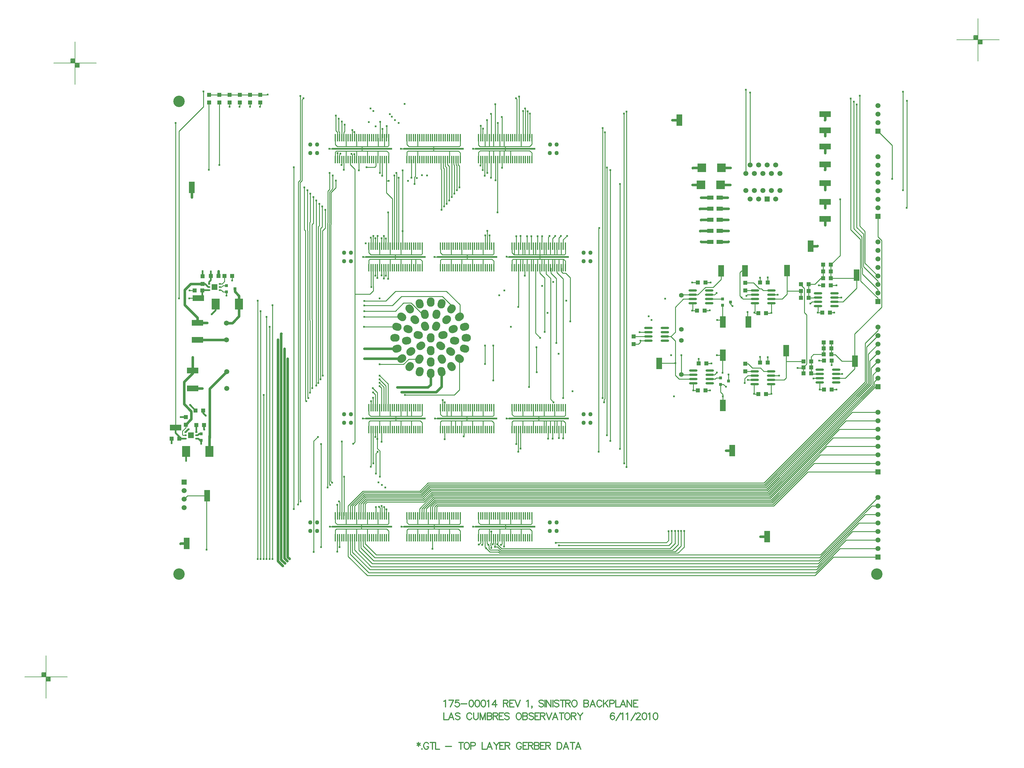
<source format=gtl>
%FSLAX23Y23*%
%MOIN*%
G70*
G01*
G75*
G04 Layer_Physical_Order=1*
G04 Layer_Color=255*
%ADD10R,0.050X0.050*%
%ADD11R,0.078X0.048*%
%ADD12R,0.050X0.050*%
%ADD13R,0.135X0.070*%
%ADD14R,0.037X0.035*%
%ADD15R,0.037X0.035*%
%ADD16R,0.100X0.100*%
%ADD17R,0.067X0.067*%
%ADD18O,0.028X0.018*%
%ADD19O,0.098X0.028*%
%ADD20R,0.094X0.130*%
%ADD21R,0.709X0.020*%
%ADD22R,0.016X0.085*%
%ADD23R,0.070X0.135*%
%ADD24C,0.030*%
%ADD25C,0.010*%
%ADD26C,0.020*%
%ADD27C,0.012*%
%ADD28C,0.008*%
%ADD29C,0.012*%
%ADD30C,0.012*%
%ADD31C,0.059*%
%ADD32R,0.059X0.059*%
%ADD33C,0.055*%
%ADD34C,0.134*%
%ADD35C,0.050*%
G04:AMPARAMS|DCode=36|XSize=90mil|YSize=110mil|CornerRadius=0mil|HoleSize=0mil|Usage=FLASHONLY|Rotation=162.000|XOffset=0mil|YOffset=0mil|HoleType=Round|Shape=Round|*
%AMOVALD36*
21,1,0.020,0.090,0.000,0.000,252.0*
1,1,0.090,0.003,0.010*
1,1,0.090,-0.003,-0.010*
%
%ADD36OVALD36*%

G04:AMPARAMS|DCode=37|XSize=90mil|YSize=110mil|CornerRadius=0mil|HoleSize=0mil|Usage=FLASHONLY|Rotation=144.000|XOffset=0mil|YOffset=0mil|HoleType=Round|Shape=Round|*
%AMOVALD37*
21,1,0.020,0.090,0.000,0.000,234.0*
1,1,0.090,0.006,0.008*
1,1,0.090,-0.006,-0.008*
%
%ADD37OVALD37*%

G04:AMPARAMS|DCode=38|XSize=90mil|YSize=110mil|CornerRadius=0mil|HoleSize=0mil|Usage=FLASHONLY|Rotation=126.000|XOffset=0mil|YOffset=0mil|HoleType=Round|Shape=Round|*
%AMOVALD38*
21,1,0.020,0.090,0.000,0.000,216.0*
1,1,0.090,0.008,0.006*
1,1,0.090,-0.008,-0.006*
%
%ADD38OVALD38*%

G04:AMPARAMS|DCode=39|XSize=90mil|YSize=110mil|CornerRadius=0mil|HoleSize=0mil|Usage=FLASHONLY|Rotation=108.000|XOffset=0mil|YOffset=0mil|HoleType=Round|Shape=Round|*
%AMOVALD39*
21,1,0.020,0.090,0.000,0.000,198.0*
1,1,0.090,0.010,0.003*
1,1,0.090,-0.010,-0.003*
%
%ADD39OVALD39*%

%ADD40O,0.110X0.090*%
G04:AMPARAMS|DCode=41|XSize=90mil|YSize=110mil|CornerRadius=0mil|HoleSize=0mil|Usage=FLASHONLY|Rotation=72.000|XOffset=0mil|YOffset=0mil|HoleType=Round|Shape=Round|*
%AMOVALD41*
21,1,0.020,0.090,0.000,0.000,162.0*
1,1,0.090,0.010,-0.003*
1,1,0.090,-0.010,0.003*
%
%ADD41OVALD41*%

G04:AMPARAMS|DCode=42|XSize=90mil|YSize=110mil|CornerRadius=0mil|HoleSize=0mil|Usage=FLASHONLY|Rotation=54.000|XOffset=0mil|YOffset=0mil|HoleType=Round|Shape=Round|*
%AMOVALD42*
21,1,0.020,0.090,0.000,0.000,144.0*
1,1,0.090,0.008,-0.006*
1,1,0.090,-0.008,0.006*
%
%ADD42OVALD42*%

G04:AMPARAMS|DCode=43|XSize=90mil|YSize=110mil|CornerRadius=0mil|HoleSize=0mil|Usage=FLASHONLY|Rotation=36.000|XOffset=0mil|YOffset=0mil|HoleType=Round|Shape=Round|*
%AMOVALD43*
21,1,0.020,0.090,0.000,0.000,126.0*
1,1,0.090,0.006,-0.008*
1,1,0.090,-0.006,0.008*
%
%ADD43OVALD43*%

G04:AMPARAMS|DCode=44|XSize=90mil|YSize=110mil|CornerRadius=0mil|HoleSize=0mil|Usage=FLASHONLY|Rotation=18.000|XOffset=0mil|YOffset=0mil|HoleType=Round|Shape=Round|*
%AMOVALD44*
21,1,0.020,0.090,0.000,0.000,108.0*
1,1,0.090,0.003,-0.010*
1,1,0.090,-0.003,0.010*
%
%ADD44OVALD44*%

%ADD45O,0.090X0.110*%
G04:AMPARAMS|DCode=46|XSize=90mil|YSize=110mil|CornerRadius=0mil|HoleSize=0mil|Usage=FLASHONLY|Rotation=152.304|XOffset=0mil|YOffset=0mil|HoleType=Round|Shape=Round|*
%AMOVALD46*
21,1,0.020,0.090,0.000,0.000,242.3*
1,1,0.090,0.005,0.009*
1,1,0.090,-0.005,-0.009*
%
%ADD46OVALD46*%

G04:AMPARAMS|DCode=47|XSize=90mil|YSize=110mil|CornerRadius=0mil|HoleSize=0mil|Usage=FLASHONLY|Rotation=124.612|XOffset=0mil|YOffset=0mil|HoleType=Round|Shape=Round|*
%AMOVALD47*
21,1,0.020,0.090,0.000,0.000,214.6*
1,1,0.090,0.008,0.006*
1,1,0.090,-0.008,-0.006*
%
%ADD47OVALD47*%

G04:AMPARAMS|DCode=48|XSize=90mil|YSize=110mil|CornerRadius=0mil|HoleSize=0mil|Usage=FLASHONLY|Rotation=96.920|XOffset=0mil|YOffset=0mil|HoleType=Round|Shape=Round|*
%AMOVALD48*
21,1,0.020,0.090,0.000,0.000,186.9*
1,1,0.090,0.010,0.001*
1,1,0.090,-0.010,-0.001*
%
%ADD48OVALD48*%

G04:AMPARAMS|DCode=49|XSize=90mil|YSize=110mil|CornerRadius=0mil|HoleSize=0mil|Usage=FLASHONLY|Rotation=69.228|XOffset=0mil|YOffset=0mil|HoleType=Round|Shape=Round|*
%AMOVALD49*
21,1,0.020,0.090,0.000,0.000,159.2*
1,1,0.090,0.009,-0.004*
1,1,0.090,-0.009,0.004*
%
%ADD49OVALD49*%

G04:AMPARAMS|DCode=50|XSize=90mil|YSize=110mil|CornerRadius=0mil|HoleSize=0mil|Usage=FLASHONLY|Rotation=41.536|XOffset=0mil|YOffset=0mil|HoleType=Round|Shape=Round|*
%AMOVALD50*
21,1,0.020,0.090,0.000,0.000,131.5*
1,1,0.090,0.007,-0.007*
1,1,0.090,-0.007,0.007*
%
%ADD50OVALD50*%

G04:AMPARAMS|DCode=51|XSize=90mil|YSize=110mil|CornerRadius=0mil|HoleSize=0mil|Usage=FLASHONLY|Rotation=13.844|XOffset=0mil|YOffset=0mil|HoleType=Round|Shape=Round|*
%AMOVALD51*
21,1,0.020,0.090,0.000,0.000,103.8*
1,1,0.090,0.002,-0.010*
1,1,0.090,-0.002,0.010*
%
%ADD51OVALD51*%

G04:AMPARAMS|DCode=52|XSize=90mil|YSize=110mil|CornerRadius=0mil|HoleSize=0mil|Usage=FLASHONLY|Rotation=346.152|XOffset=0mil|YOffset=0mil|HoleType=Round|Shape=Round|*
%AMOVALD52*
21,1,0.020,0.090,0.000,0.000,76.2*
1,1,0.090,-0.002,-0.010*
1,1,0.090,0.002,0.010*
%
%ADD52OVALD52*%

G04:AMPARAMS|DCode=53|XSize=90mil|YSize=110mil|CornerRadius=0mil|HoleSize=0mil|Usage=FLASHONLY|Rotation=318.460|XOffset=0mil|YOffset=0mil|HoleType=Round|Shape=Round|*
%AMOVALD53*
21,1,0.020,0.090,0.000,0.000,48.5*
1,1,0.090,-0.007,-0.007*
1,1,0.090,0.007,0.007*
%
%ADD53OVALD53*%

G04:AMPARAMS|DCode=54|XSize=90mil|YSize=110mil|CornerRadius=0mil|HoleSize=0mil|Usage=FLASHONLY|Rotation=290.768|XOffset=0mil|YOffset=0mil|HoleType=Round|Shape=Round|*
%AMOVALD54*
21,1,0.020,0.090,0.000,0.000,20.8*
1,1,0.090,-0.009,-0.004*
1,1,0.090,0.009,0.004*
%
%ADD54OVALD54*%

G04:AMPARAMS|DCode=55|XSize=90mil|YSize=110mil|CornerRadius=0mil|HoleSize=0mil|Usage=FLASHONLY|Rotation=263.076|XOffset=0mil|YOffset=0mil|HoleType=Round|Shape=Round|*
%AMOVALD55*
21,1,0.020,0.090,0.000,0.000,353.1*
1,1,0.090,-0.010,0.001*
1,1,0.090,0.010,-0.001*
%
%ADD55OVALD55*%

G04:AMPARAMS|DCode=56|XSize=90mil|YSize=110mil|CornerRadius=0mil|HoleSize=0mil|Usage=FLASHONLY|Rotation=235.384|XOffset=0mil|YOffset=0mil|HoleType=Round|Shape=Round|*
%AMOVALD56*
21,1,0.020,0.090,0.000,0.000,325.4*
1,1,0.090,-0.008,0.006*
1,1,0.090,0.008,-0.006*
%
%ADD56OVALD56*%

G04:AMPARAMS|DCode=57|XSize=90mil|YSize=110mil|CornerRadius=0mil|HoleSize=0mil|Usage=FLASHONLY|Rotation=207.692|XOffset=0mil|YOffset=0mil|HoleType=Round|Shape=Round|*
%AMOVALD57*
21,1,0.020,0.090,0.000,0.000,297.7*
1,1,0.090,-0.005,0.009*
1,1,0.090,0.005,-0.009*
%
%ADD57OVALD57*%

G04:AMPARAMS|DCode=58|XSize=90mil|YSize=110mil|CornerRadius=0mil|HoleSize=0mil|Usage=FLASHONLY|Rotation=128.568|XOffset=0mil|YOffset=0mil|HoleType=Round|Shape=Round|*
%AMOVALD58*
21,1,0.020,0.090,0.000,0.000,218.6*
1,1,0.090,0.008,0.006*
1,1,0.090,-0.008,-0.006*
%
%ADD58OVALD58*%

G04:AMPARAMS|DCode=59|XSize=90mil|YSize=110mil|CornerRadius=0mil|HoleSize=0mil|Usage=FLASHONLY|Rotation=77.140|XOffset=0mil|YOffset=0mil|HoleType=Round|Shape=Round|*
%AMOVALD59*
21,1,0.020,0.090,0.000,0.000,167.1*
1,1,0.090,0.010,-0.002*
1,1,0.090,-0.010,0.002*
%
%ADD59OVALD59*%

G04:AMPARAMS|DCode=60|XSize=90mil|YSize=110mil|CornerRadius=0mil|HoleSize=0mil|Usage=FLASHONLY|Rotation=25.712|XOffset=0mil|YOffset=0mil|HoleType=Round|Shape=Round|*
%AMOVALD60*
21,1,0.020,0.090,0.000,0.000,115.7*
1,1,0.090,0.004,-0.009*
1,1,0.090,-0.004,0.009*
%
%ADD60OVALD60*%

G04:AMPARAMS|DCode=61|XSize=90mil|YSize=110mil|CornerRadius=0mil|HoleSize=0mil|Usage=FLASHONLY|Rotation=334.284|XOffset=0mil|YOffset=0mil|HoleType=Round|Shape=Round|*
%AMOVALD61*
21,1,0.020,0.090,0.000,0.000,64.3*
1,1,0.090,-0.004,-0.009*
1,1,0.090,0.004,0.009*
%
%ADD61OVALD61*%

G04:AMPARAMS|DCode=62|XSize=90mil|YSize=110mil|CornerRadius=0mil|HoleSize=0mil|Usage=FLASHONLY|Rotation=282.856|XOffset=0mil|YOffset=0mil|HoleType=Round|Shape=Round|*
%AMOVALD62*
21,1,0.020,0.090,0.000,0.000,12.9*
1,1,0.090,-0.010,-0.002*
1,1,0.090,0.010,0.002*
%
%ADD62OVALD62*%

G04:AMPARAMS|DCode=63|XSize=90mil|YSize=110mil|CornerRadius=0mil|HoleSize=0mil|Usage=FLASHONLY|Rotation=231.428|XOffset=0mil|YOffset=0mil|HoleType=Round|Shape=Round|*
%AMOVALD63*
21,1,0.020,0.090,0.000,0.000,321.4*
1,1,0.090,-0.008,0.006*
1,1,0.090,0.008,-0.006*
%
%ADD63OVALD63*%

%ADD64C,0.024*%
%ADD65C,0.028*%
D10*
X12143Y16562D02*
D03*
Y16472D02*
D03*
X12023Y16562D02*
D03*
Y16472D02*
D03*
X11903Y16562D02*
D03*
Y16472D02*
D03*
X11783Y16562D02*
D03*
Y16472D02*
D03*
X11663Y16562D02*
D03*
Y16472D02*
D03*
X11543Y16562D02*
D03*
Y16472D02*
D03*
X17834Y13403D02*
D03*
Y13313D02*
D03*
X11270Y12688D02*
D03*
Y12778D02*
D03*
X17834Y14353D02*
D03*
Y14263D02*
D03*
X11468Y14339D02*
D03*
Y14429D02*
D03*
X16524Y13723D02*
D03*
Y13633D02*
D03*
D11*
X17425Y15223D02*
D03*
X17535D02*
D03*
X17425Y14963D02*
D03*
X17535D02*
D03*
X17425Y15093D02*
D03*
X17535D02*
D03*
X17425Y15353D02*
D03*
X17535D02*
D03*
X17425Y14833D02*
D03*
X17535D02*
D03*
D12*
X11195Y12523D02*
D03*
X11105D02*
D03*
X11395Y12683D02*
D03*
X11485D02*
D03*
X18607Y13360D02*
D03*
X18517D02*
D03*
X18607Y13290D02*
D03*
X18517D02*
D03*
X18607Y13430D02*
D03*
X18517D02*
D03*
X11475Y12853D02*
D03*
X11385D02*
D03*
X18845Y13513D02*
D03*
X18755D02*
D03*
X18845Y13583D02*
D03*
X18755D02*
D03*
X11463Y14264D02*
D03*
X11373D02*
D03*
X11723Y14434D02*
D03*
X11813D02*
D03*
X18579Y14338D02*
D03*
X18489D02*
D03*
X18579Y14258D02*
D03*
X18489D02*
D03*
X11653Y14434D02*
D03*
X11563D02*
D03*
X18579Y14178D02*
D03*
X18489D02*
D03*
X18839Y14488D02*
D03*
X18749D02*
D03*
X18839Y14408D02*
D03*
X18749D02*
D03*
X18079Y13998D02*
D03*
X17989D02*
D03*
X18839Y14568D02*
D03*
X18749D02*
D03*
X17279Y14358D02*
D03*
X17369D02*
D03*
X18749Y14325D02*
D03*
X18839D02*
D03*
X17359Y14028D02*
D03*
X17269D02*
D03*
X18099Y14358D02*
D03*
X18009D02*
D03*
X18829Y14005D02*
D03*
X18739D02*
D03*
X18079Y13048D02*
D03*
X17989D02*
D03*
X18845Y13653D02*
D03*
X18755D02*
D03*
X17289Y13408D02*
D03*
X17379D02*
D03*
X18759Y13440D02*
D03*
X18849D02*
D03*
X17366Y13090D02*
D03*
X17276D02*
D03*
X18099Y13418D02*
D03*
X18009D02*
D03*
X18849Y13100D02*
D03*
X18759D02*
D03*
D13*
X11150Y12653D02*
D03*
X11418Y14174D02*
D03*
X18770Y15743D02*
D03*
Y15953D02*
D03*
Y15303D02*
D03*
Y15523D02*
D03*
Y15103D02*
D03*
Y16143D02*
D03*
Y16333D02*
D03*
X11350Y13323D02*
D03*
Y13113D02*
D03*
X11408Y13884D02*
D03*
Y13684D02*
D03*
D14*
X11451Y12580D02*
D03*
X11550Y12543D02*
D03*
X11749Y14321D02*
D03*
X11848Y14284D02*
D03*
X17568Y14165D02*
D03*
X17660Y14128D02*
D03*
X17545Y13237D02*
D03*
X17637Y13200D02*
D03*
D15*
X11451Y12505D02*
D03*
X11749Y14246D02*
D03*
X17568Y14090D02*
D03*
X17545Y13162D02*
D03*
D16*
X17555Y15703D02*
D03*
X17325D02*
D03*
X17545Y15503D02*
D03*
X17315D02*
D03*
D17*
X11330Y12563D02*
D03*
X11608Y14304D02*
D03*
D18*
X11393Y12600D02*
D03*
Y12563D02*
D03*
Y12525D02*
D03*
X11267D02*
D03*
Y12563D02*
D03*
Y12600D02*
D03*
X11671Y14341D02*
D03*
Y14304D02*
D03*
Y14266D02*
D03*
X11545D02*
D03*
Y14304D02*
D03*
Y14341D02*
D03*
D19*
X18707Y13335D02*
D03*
Y13285D02*
D03*
Y13235D02*
D03*
Y13185D02*
D03*
X18900Y13335D02*
D03*
Y13285D02*
D03*
Y13235D02*
D03*
Y13185D02*
D03*
X17944Y13315D02*
D03*
Y13265D02*
D03*
Y13215D02*
D03*
Y13165D02*
D03*
X18137Y13315D02*
D03*
Y13265D02*
D03*
Y13215D02*
D03*
Y13165D02*
D03*
X17224Y13325D02*
D03*
Y13275D02*
D03*
Y13225D02*
D03*
Y13175D02*
D03*
X17417Y13325D02*
D03*
Y13275D02*
D03*
Y13225D02*
D03*
Y13175D02*
D03*
X18688Y14230D02*
D03*
Y14180D02*
D03*
Y14130D02*
D03*
Y14080D02*
D03*
X18881Y14230D02*
D03*
Y14180D02*
D03*
Y14130D02*
D03*
Y14080D02*
D03*
X16697Y13823D02*
D03*
Y13773D02*
D03*
Y13723D02*
D03*
Y13673D02*
D03*
X16890Y13823D02*
D03*
Y13773D02*
D03*
Y13723D02*
D03*
Y13673D02*
D03*
X17947Y14263D02*
D03*
Y14213D02*
D03*
Y14163D02*
D03*
Y14113D02*
D03*
X18140Y14263D02*
D03*
Y14213D02*
D03*
Y14163D02*
D03*
Y14113D02*
D03*
X17217Y14263D02*
D03*
Y14213D02*
D03*
Y14163D02*
D03*
Y14113D02*
D03*
X17410Y14263D02*
D03*
Y14213D02*
D03*
Y14163D02*
D03*
Y14113D02*
D03*
D20*
X11547Y12373D02*
D03*
X11274D02*
D03*
X11895Y14104D02*
D03*
X11622D02*
D03*
D21*
X15018Y11490D02*
D03*
X14177D02*
D03*
X13337D02*
D03*
X13731Y14658D02*
D03*
X14571D02*
D03*
X15411D02*
D03*
X13731Y12760D02*
D03*
X14571D02*
D03*
X15411D02*
D03*
X15018Y15928D02*
D03*
X14177D02*
D03*
X13337D02*
D03*
D22*
X15330Y11362D02*
D03*
Y11617D02*
D03*
X15305Y11362D02*
D03*
Y11617D02*
D03*
X15280Y11362D02*
D03*
Y11617D02*
D03*
X15255Y11362D02*
D03*
Y11617D02*
D03*
X15230Y11362D02*
D03*
Y11617D02*
D03*
X15205Y11362D02*
D03*
Y11617D02*
D03*
X15180Y11362D02*
D03*
Y11617D02*
D03*
X15155Y11362D02*
D03*
Y11617D02*
D03*
X15130Y11362D02*
D03*
Y11617D02*
D03*
X15105Y11362D02*
D03*
Y11617D02*
D03*
X15080Y11362D02*
D03*
Y11617D02*
D03*
X15055Y11362D02*
D03*
Y11617D02*
D03*
X15030Y11362D02*
D03*
Y11617D02*
D03*
X15005Y11362D02*
D03*
Y11617D02*
D03*
X14980Y11362D02*
D03*
Y11617D02*
D03*
X14955Y11362D02*
D03*
Y11617D02*
D03*
X14930Y11362D02*
D03*
Y11617D02*
D03*
X14905Y11362D02*
D03*
Y11617D02*
D03*
X14880Y11362D02*
D03*
Y11617D02*
D03*
X14855Y11362D02*
D03*
Y11617D02*
D03*
X14830Y11362D02*
D03*
Y11617D02*
D03*
X14805Y11362D02*
D03*
Y11617D02*
D03*
X14780Y11362D02*
D03*
Y11617D02*
D03*
X14755Y11362D02*
D03*
Y11617D02*
D03*
X14730Y11362D02*
D03*
Y11617D02*
D03*
X14705Y11362D02*
D03*
Y11617D02*
D03*
X14490Y11362D02*
D03*
Y11617D02*
D03*
X14465Y11362D02*
D03*
Y11617D02*
D03*
X14440Y11362D02*
D03*
Y11617D02*
D03*
X14415Y11362D02*
D03*
Y11617D02*
D03*
X14390Y11362D02*
D03*
Y11617D02*
D03*
X14365Y11362D02*
D03*
Y11617D02*
D03*
X14340Y11362D02*
D03*
Y11617D02*
D03*
X14315Y11362D02*
D03*
Y11617D02*
D03*
X14290Y11362D02*
D03*
Y11617D02*
D03*
X14265Y11362D02*
D03*
Y11617D02*
D03*
X14240Y11362D02*
D03*
Y11617D02*
D03*
X14215Y11362D02*
D03*
Y11617D02*
D03*
X14190Y11362D02*
D03*
Y11617D02*
D03*
X14165Y11362D02*
D03*
Y11617D02*
D03*
X14140Y11362D02*
D03*
Y11617D02*
D03*
X14115Y11362D02*
D03*
Y11617D02*
D03*
X14090Y11362D02*
D03*
Y11617D02*
D03*
X14065Y11362D02*
D03*
Y11617D02*
D03*
X14040Y11362D02*
D03*
Y11617D02*
D03*
X14015Y11362D02*
D03*
Y11617D02*
D03*
X13990Y11362D02*
D03*
Y11617D02*
D03*
X13965Y11362D02*
D03*
Y11617D02*
D03*
X13940Y11362D02*
D03*
Y11617D02*
D03*
X13915Y11362D02*
D03*
Y11617D02*
D03*
X13890Y11362D02*
D03*
Y11617D02*
D03*
X13865Y11362D02*
D03*
Y11617D02*
D03*
X13650Y11362D02*
D03*
Y11617D02*
D03*
X13625Y11362D02*
D03*
Y11617D02*
D03*
X13600Y11362D02*
D03*
Y11617D02*
D03*
X13575Y11362D02*
D03*
Y11617D02*
D03*
X13550Y11362D02*
D03*
Y11617D02*
D03*
X13525Y11362D02*
D03*
Y11617D02*
D03*
X13500Y11362D02*
D03*
Y11617D02*
D03*
X13475Y11362D02*
D03*
Y11617D02*
D03*
X13450Y11362D02*
D03*
Y11617D02*
D03*
X13425Y11362D02*
D03*
Y11617D02*
D03*
X13400Y11362D02*
D03*
Y11617D02*
D03*
X13375Y11362D02*
D03*
Y11617D02*
D03*
X13350Y11362D02*
D03*
Y11617D02*
D03*
X13325Y11362D02*
D03*
Y11617D02*
D03*
X13300Y11362D02*
D03*
Y11617D02*
D03*
X13275Y11362D02*
D03*
Y11617D02*
D03*
X13250Y11362D02*
D03*
Y11617D02*
D03*
X13225Y11362D02*
D03*
Y11617D02*
D03*
X13200Y11362D02*
D03*
Y11617D02*
D03*
X13175Y11362D02*
D03*
Y11617D02*
D03*
X13150Y11362D02*
D03*
Y11617D02*
D03*
X13125Y11362D02*
D03*
Y11617D02*
D03*
X13100Y11362D02*
D03*
Y11617D02*
D03*
X13075Y11362D02*
D03*
Y11617D02*
D03*
X13050Y11362D02*
D03*
Y11617D02*
D03*
X13025Y11362D02*
D03*
Y11617D02*
D03*
X13418Y14785D02*
D03*
Y14530D02*
D03*
X13443Y14785D02*
D03*
Y14530D02*
D03*
X13468Y14785D02*
D03*
Y14530D02*
D03*
X13493Y14785D02*
D03*
Y14530D02*
D03*
X13518Y14785D02*
D03*
Y14530D02*
D03*
X13543Y14785D02*
D03*
Y14530D02*
D03*
X13568Y14785D02*
D03*
Y14530D02*
D03*
X13593Y14785D02*
D03*
Y14530D02*
D03*
X13618Y14785D02*
D03*
Y14530D02*
D03*
X13643Y14785D02*
D03*
Y14530D02*
D03*
X13668Y14785D02*
D03*
Y14530D02*
D03*
X13693Y14785D02*
D03*
Y14530D02*
D03*
X13718Y14785D02*
D03*
Y14530D02*
D03*
X13743Y14785D02*
D03*
Y14530D02*
D03*
X13768Y14785D02*
D03*
Y14530D02*
D03*
X13793Y14785D02*
D03*
Y14530D02*
D03*
X13818Y14785D02*
D03*
Y14530D02*
D03*
X13843Y14785D02*
D03*
Y14530D02*
D03*
X13868Y14785D02*
D03*
Y14530D02*
D03*
X13893Y14785D02*
D03*
Y14530D02*
D03*
X13918Y14785D02*
D03*
Y14530D02*
D03*
X13943Y14785D02*
D03*
Y14530D02*
D03*
X13968Y14785D02*
D03*
Y14530D02*
D03*
X13993Y14785D02*
D03*
Y14530D02*
D03*
X14018Y14785D02*
D03*
Y14530D02*
D03*
X14043Y14785D02*
D03*
Y14530D02*
D03*
X14259Y14785D02*
D03*
Y14530D02*
D03*
X14284Y14785D02*
D03*
Y14530D02*
D03*
X14309Y14785D02*
D03*
Y14530D02*
D03*
X14334Y14785D02*
D03*
Y14530D02*
D03*
X14359Y14785D02*
D03*
Y14530D02*
D03*
X14384Y14785D02*
D03*
Y14530D02*
D03*
X14409Y14785D02*
D03*
Y14530D02*
D03*
X14434Y14785D02*
D03*
Y14530D02*
D03*
X14459Y14785D02*
D03*
Y14530D02*
D03*
X14484Y14785D02*
D03*
Y14530D02*
D03*
X14509Y14785D02*
D03*
Y14530D02*
D03*
X14534Y14785D02*
D03*
Y14530D02*
D03*
X14559Y14785D02*
D03*
Y14530D02*
D03*
X14584Y14785D02*
D03*
Y14530D02*
D03*
X14609Y14785D02*
D03*
Y14530D02*
D03*
X14634Y14785D02*
D03*
Y14530D02*
D03*
X14659Y14785D02*
D03*
Y14530D02*
D03*
X14684Y14785D02*
D03*
Y14530D02*
D03*
X14709Y14785D02*
D03*
Y14530D02*
D03*
X14734Y14785D02*
D03*
Y14530D02*
D03*
X14759Y14785D02*
D03*
Y14530D02*
D03*
X14784Y14785D02*
D03*
Y14530D02*
D03*
X14809Y14785D02*
D03*
Y14530D02*
D03*
X14834Y14785D02*
D03*
Y14530D02*
D03*
X14859Y14785D02*
D03*
Y14530D02*
D03*
X14884Y14785D02*
D03*
Y14530D02*
D03*
X15099Y14785D02*
D03*
Y14530D02*
D03*
X15124Y14785D02*
D03*
Y14530D02*
D03*
X15149Y14785D02*
D03*
Y14530D02*
D03*
X15174Y14785D02*
D03*
Y14530D02*
D03*
X15199Y14785D02*
D03*
Y14530D02*
D03*
X15224Y14785D02*
D03*
Y14530D02*
D03*
X15249Y14785D02*
D03*
Y14530D02*
D03*
X15274Y14785D02*
D03*
Y14530D02*
D03*
X15299Y14785D02*
D03*
Y14530D02*
D03*
X15324Y14785D02*
D03*
Y14530D02*
D03*
X15349Y14785D02*
D03*
Y14530D02*
D03*
X15374Y14785D02*
D03*
Y14530D02*
D03*
X15399Y14785D02*
D03*
Y14530D02*
D03*
X15424Y14785D02*
D03*
Y14530D02*
D03*
X15449Y14785D02*
D03*
Y14530D02*
D03*
X15474Y14785D02*
D03*
Y14530D02*
D03*
X15499Y14785D02*
D03*
Y14530D02*
D03*
X15524Y14785D02*
D03*
Y14530D02*
D03*
X15549Y14785D02*
D03*
Y14530D02*
D03*
X15574Y14785D02*
D03*
Y14530D02*
D03*
X15599Y14785D02*
D03*
Y14530D02*
D03*
X15624Y14785D02*
D03*
Y14530D02*
D03*
X15649Y14785D02*
D03*
Y14530D02*
D03*
X15674Y14785D02*
D03*
Y14530D02*
D03*
X15699Y14785D02*
D03*
Y14530D02*
D03*
X15724Y14785D02*
D03*
Y14530D02*
D03*
X13419Y12887D02*
D03*
Y12632D02*
D03*
X13444Y12887D02*
D03*
Y12632D02*
D03*
X13469Y12887D02*
D03*
Y12632D02*
D03*
X13494Y12887D02*
D03*
Y12632D02*
D03*
X13519Y12887D02*
D03*
Y12632D02*
D03*
X13544Y12887D02*
D03*
Y12632D02*
D03*
X13569Y12887D02*
D03*
Y12632D02*
D03*
X13594Y12887D02*
D03*
Y12632D02*
D03*
X13619Y12887D02*
D03*
Y12632D02*
D03*
X13644Y12887D02*
D03*
Y12632D02*
D03*
X13669Y12887D02*
D03*
Y12632D02*
D03*
X13694Y12887D02*
D03*
Y12632D02*
D03*
X13719Y12887D02*
D03*
Y12632D02*
D03*
X13744Y12887D02*
D03*
Y12632D02*
D03*
X13769Y12887D02*
D03*
Y12632D02*
D03*
X13794Y12887D02*
D03*
Y12632D02*
D03*
X13819Y12887D02*
D03*
Y12632D02*
D03*
X13844Y12887D02*
D03*
Y12632D02*
D03*
X13869Y12887D02*
D03*
Y12632D02*
D03*
X13894Y12887D02*
D03*
Y12632D02*
D03*
X13919Y12887D02*
D03*
Y12632D02*
D03*
X13944Y12887D02*
D03*
Y12632D02*
D03*
X13969Y12887D02*
D03*
Y12632D02*
D03*
X13994Y12887D02*
D03*
Y12632D02*
D03*
X14019Y12887D02*
D03*
Y12632D02*
D03*
X14044Y12887D02*
D03*
Y12632D02*
D03*
X14259Y12887D02*
D03*
Y12632D02*
D03*
X14284Y12887D02*
D03*
Y12632D02*
D03*
X14309Y12887D02*
D03*
Y12632D02*
D03*
X14334Y12887D02*
D03*
Y12632D02*
D03*
X14359Y12887D02*
D03*
Y12632D02*
D03*
X14384Y12887D02*
D03*
Y12632D02*
D03*
X14409Y12887D02*
D03*
Y12632D02*
D03*
X14434Y12887D02*
D03*
Y12632D02*
D03*
X14459Y12887D02*
D03*
Y12632D02*
D03*
X14484Y12887D02*
D03*
Y12632D02*
D03*
X14509Y12887D02*
D03*
Y12632D02*
D03*
X14534Y12887D02*
D03*
Y12632D02*
D03*
X14559Y12887D02*
D03*
Y12632D02*
D03*
X14584Y12887D02*
D03*
Y12632D02*
D03*
X14609Y12887D02*
D03*
Y12632D02*
D03*
X14634Y12887D02*
D03*
Y12632D02*
D03*
X14659Y12887D02*
D03*
Y12632D02*
D03*
X14684Y12887D02*
D03*
Y12632D02*
D03*
X14709Y12887D02*
D03*
Y12632D02*
D03*
X14734Y12887D02*
D03*
Y12632D02*
D03*
X14759Y12887D02*
D03*
Y12632D02*
D03*
X14784Y12887D02*
D03*
Y12632D02*
D03*
X14809Y12887D02*
D03*
Y12632D02*
D03*
X14834Y12887D02*
D03*
Y12632D02*
D03*
X14859Y12887D02*
D03*
Y12632D02*
D03*
X14884Y12887D02*
D03*
Y12632D02*
D03*
X15099Y12887D02*
D03*
Y12632D02*
D03*
X15124Y12887D02*
D03*
Y12632D02*
D03*
X15149Y12887D02*
D03*
Y12632D02*
D03*
X15174Y12887D02*
D03*
Y12632D02*
D03*
X15199Y12887D02*
D03*
Y12632D02*
D03*
X15224Y12887D02*
D03*
Y12632D02*
D03*
X15249Y12887D02*
D03*
Y12632D02*
D03*
X15274Y12887D02*
D03*
Y12632D02*
D03*
X15299Y12887D02*
D03*
Y12632D02*
D03*
X15324Y12887D02*
D03*
Y12632D02*
D03*
X15349Y12887D02*
D03*
Y12632D02*
D03*
X15374Y12887D02*
D03*
Y12632D02*
D03*
X15399Y12887D02*
D03*
Y12632D02*
D03*
X15424Y12887D02*
D03*
Y12632D02*
D03*
X15449Y12887D02*
D03*
Y12632D02*
D03*
X15474Y12887D02*
D03*
Y12632D02*
D03*
X15499Y12887D02*
D03*
Y12632D02*
D03*
X15524Y12887D02*
D03*
Y12632D02*
D03*
X15549Y12887D02*
D03*
Y12632D02*
D03*
X15574Y12887D02*
D03*
Y12632D02*
D03*
X15599Y12887D02*
D03*
Y12632D02*
D03*
X15624Y12887D02*
D03*
Y12632D02*
D03*
X15649Y12887D02*
D03*
Y12632D02*
D03*
X15674Y12887D02*
D03*
Y12632D02*
D03*
X15699Y12887D02*
D03*
Y12632D02*
D03*
X15724Y12887D02*
D03*
Y12632D02*
D03*
X15330Y15800D02*
D03*
Y16056D02*
D03*
X15305Y15800D02*
D03*
Y16056D02*
D03*
X15280Y15800D02*
D03*
Y16056D02*
D03*
X15255Y15800D02*
D03*
Y16056D02*
D03*
X15230Y15800D02*
D03*
Y16056D02*
D03*
X15205Y15800D02*
D03*
Y16056D02*
D03*
X15180Y15800D02*
D03*
Y16056D02*
D03*
X15155Y15800D02*
D03*
Y16056D02*
D03*
X15130Y15800D02*
D03*
Y16056D02*
D03*
X15105Y15800D02*
D03*
Y16056D02*
D03*
X15080Y15800D02*
D03*
Y16056D02*
D03*
X15055Y15800D02*
D03*
Y16056D02*
D03*
X15030Y15800D02*
D03*
Y16056D02*
D03*
X15005Y15800D02*
D03*
Y16056D02*
D03*
X14980Y15800D02*
D03*
Y16056D02*
D03*
X14955Y15800D02*
D03*
Y16056D02*
D03*
X14930Y15800D02*
D03*
Y16056D02*
D03*
X14905Y15800D02*
D03*
Y16056D02*
D03*
X14880Y15800D02*
D03*
Y16056D02*
D03*
X14855Y15800D02*
D03*
Y16056D02*
D03*
X14830Y15800D02*
D03*
Y16056D02*
D03*
X14805Y15800D02*
D03*
Y16056D02*
D03*
X14780Y15800D02*
D03*
Y16056D02*
D03*
X14755Y15800D02*
D03*
Y16056D02*
D03*
X14730Y15800D02*
D03*
Y16056D02*
D03*
X14705Y15800D02*
D03*
Y16056D02*
D03*
X14490Y15800D02*
D03*
Y16056D02*
D03*
X14465Y15800D02*
D03*
Y16056D02*
D03*
X14440Y15800D02*
D03*
Y16056D02*
D03*
X14415Y15800D02*
D03*
Y16056D02*
D03*
X14390Y15800D02*
D03*
Y16056D02*
D03*
X14365Y15800D02*
D03*
Y16056D02*
D03*
X14340Y15800D02*
D03*
Y16056D02*
D03*
X14315Y15800D02*
D03*
Y16056D02*
D03*
X14290Y15800D02*
D03*
Y16056D02*
D03*
X14265Y15800D02*
D03*
Y16056D02*
D03*
X14240Y15800D02*
D03*
Y16056D02*
D03*
X14215Y15800D02*
D03*
Y16056D02*
D03*
X14190Y15800D02*
D03*
Y16056D02*
D03*
X14165Y15800D02*
D03*
Y16056D02*
D03*
X14140Y15800D02*
D03*
Y16056D02*
D03*
X14115Y15800D02*
D03*
Y16056D02*
D03*
X14090Y15800D02*
D03*
Y16056D02*
D03*
X14065Y15800D02*
D03*
Y16056D02*
D03*
X14040Y15800D02*
D03*
Y16056D02*
D03*
X14015Y15800D02*
D03*
Y16056D02*
D03*
X13990Y15800D02*
D03*
Y16056D02*
D03*
X13965Y15800D02*
D03*
Y16056D02*
D03*
X13940Y15800D02*
D03*
Y16056D02*
D03*
X13915Y15800D02*
D03*
Y16056D02*
D03*
X13890Y15800D02*
D03*
Y16056D02*
D03*
X13865Y15800D02*
D03*
Y16056D02*
D03*
X13650Y15800D02*
D03*
Y16056D02*
D03*
X13625Y15800D02*
D03*
Y16056D02*
D03*
X13600Y15800D02*
D03*
Y16056D02*
D03*
X13575Y15800D02*
D03*
Y16056D02*
D03*
X13550Y15800D02*
D03*
Y16056D02*
D03*
X13525Y15800D02*
D03*
Y16056D02*
D03*
X13500Y15800D02*
D03*
Y16056D02*
D03*
X13475Y15800D02*
D03*
Y16056D02*
D03*
X13450Y15800D02*
D03*
Y16056D02*
D03*
X13425Y15800D02*
D03*
Y16056D02*
D03*
X13400Y15800D02*
D03*
Y16056D02*
D03*
X13375Y15800D02*
D03*
Y16056D02*
D03*
X13350Y15800D02*
D03*
Y16056D02*
D03*
X13325Y15800D02*
D03*
Y16056D02*
D03*
X13300Y15800D02*
D03*
Y16056D02*
D03*
X13275Y15800D02*
D03*
Y16056D02*
D03*
X13250Y15800D02*
D03*
Y16056D02*
D03*
X13225Y15800D02*
D03*
Y16056D02*
D03*
X13200Y15800D02*
D03*
Y16056D02*
D03*
X13175Y15800D02*
D03*
Y16056D02*
D03*
X13150Y15800D02*
D03*
Y16056D02*
D03*
X13125Y15800D02*
D03*
Y16056D02*
D03*
X13100Y15800D02*
D03*
Y16056D02*
D03*
X13075Y15800D02*
D03*
Y16056D02*
D03*
X13050Y15800D02*
D03*
Y16056D02*
D03*
X13025Y15800D02*
D03*
Y16056D02*
D03*
D23*
X11520Y11853D02*
D03*
X17570Y12913D02*
D03*
X19120Y13433D02*
D03*
X18314Y13558D02*
D03*
X17570Y13503D02*
D03*
X16824Y13408D02*
D03*
X19140Y14443D02*
D03*
X17870Y13893D02*
D03*
X17570D02*
D03*
X18324Y14498D02*
D03*
X17830Y14493D02*
D03*
X17550D02*
D03*
X18600Y14783D02*
D03*
X17060Y16263D02*
D03*
X11340Y15473D02*
D03*
X18090Y11373D02*
D03*
X11280Y11293D02*
D03*
X17680Y12383D02*
D03*
D24*
X13750Y13126D02*
X14111D01*
X14272Y13135D02*
Y13311D01*
X14208Y13071D02*
X14272Y13135D01*
X14143Y13158D02*
Y13290D01*
X14111Y13126D02*
X14143Y13158D01*
X13364Y13463D02*
X13805D01*
X13364Y13579D02*
X13746D01*
X13801Y13071D02*
X14208D01*
X12464Y11135D02*
X12486Y11113D01*
X12464Y11135D02*
Y13463D01*
X12426Y11119D02*
X12460Y11086D01*
X12388Y11103D02*
X12433Y11059D01*
X12350Y11088D02*
X12406Y11032D01*
X12350Y11088D02*
Y13306D01*
X12388Y11103D02*
Y13351D01*
X12426Y11119D02*
Y13579D01*
X11848Y14250D02*
Y14284D01*
Y14250D02*
X11895Y14202D01*
Y14104D02*
Y14202D01*
X11748Y13882D02*
X11816D01*
X11895Y13962D01*
Y14104D01*
X11408Y13684D02*
X11747D01*
X11748Y13685D01*
X11408Y13884D02*
X11521D01*
X11522Y13883D01*
X11408Y13884D02*
Y13944D01*
X11257Y14095D02*
X11408Y13944D01*
X11257Y14095D02*
Y14269D01*
X11327Y14339D01*
X11468D01*
X11547Y12373D02*
Y12540D01*
X11550Y12543D01*
Y13111D01*
X11750Y13311D01*
X11350Y13113D02*
X11463D01*
X11464Y13114D01*
X11350Y13323D02*
Y13478D01*
X11351Y13479D01*
X12350Y13306D02*
Y13686D01*
X12388Y13351D02*
Y13756D01*
X12390Y13758D01*
X11350Y13292D02*
Y13323D01*
X11335Y12753D02*
Y12844D01*
X11270Y12688D02*
X11335Y12753D01*
X11250Y12929D02*
X11335Y12844D01*
X11250Y12929D02*
Y13192D01*
X11350Y13292D01*
X17555Y15703D02*
X17660D01*
X17661Y15704D01*
X17217Y15703D02*
X17325D01*
X17216Y15702D02*
X17217Y15703D01*
X17216Y15503D02*
X17315D01*
X17214Y15505D02*
X17216Y15503D01*
X17545D02*
X17657D01*
X17313Y15353D02*
X17425D01*
X17535D02*
X17626D01*
X17302Y15223D02*
X17425D01*
X17301Y15222D02*
X17302Y15223D01*
X17535D02*
X17636D01*
X17315Y15093D02*
X17425D01*
X17314Y15092D02*
X17315Y15093D01*
X17535D02*
X17634D01*
X17304Y14963D02*
X17425D01*
X17303Y14962D02*
X17304Y14963D01*
X17535D02*
X17634D01*
X17636Y14965D01*
X17318Y14833D02*
X17425D01*
X17315Y14836D02*
X17318Y14833D01*
X17535D02*
X17632D01*
X17637Y14838D01*
X18770Y15030D02*
Y15103D01*
Y15231D02*
Y15303D01*
Y15443D02*
Y15523D01*
Y15681D02*
Y15743D01*
X18769Y15680D02*
X18770Y15681D01*
Y15878D02*
Y15953D01*
Y15878D02*
X18772Y15876D01*
X18770Y16080D02*
Y16143D01*
Y16080D02*
X18772Y16078D01*
X18770Y16266D02*
Y16333D01*
X18769Y16265D02*
X18770Y16266D01*
X18012Y11373D02*
X18090D01*
X18011Y11374D02*
X18012Y11373D01*
X17609Y12383D02*
X17680D01*
X18600Y14783D02*
X18677D01*
X18680Y14786D01*
X16976Y16263D02*
X17060D01*
X11340Y15356D02*
Y15473D01*
X11212Y11293D02*
X11280D01*
X11208Y11289D02*
X11212Y11293D01*
X11653Y14434D02*
Y14490D01*
X11654Y14491D01*
D25*
X14899Y11293D02*
X14905Y11299D01*
X14846Y11295D02*
X14855Y11304D01*
X14846Y11268D02*
Y11295D01*
Y11268D02*
X14853Y11261D01*
Y11242D02*
Y11261D01*
X14905Y11299D02*
Y11362D01*
X14930Y11286D02*
Y11362D01*
X14926Y11283D02*
X14930Y11286D01*
X14924Y11283D02*
X14926D01*
X14855Y11304D02*
Y11362D01*
X14780Y11250D02*
X14794Y11236D01*
X14780Y11250D02*
Y11362D01*
X14805Y11293D02*
X14821Y11277D01*
X14805Y11293D02*
Y11362D01*
X14871Y11285D02*
X14880Y11293D01*
Y11362D01*
X15005Y11258D02*
X15005Y11258D01*
X15005Y11258D02*
Y11362D01*
X14969Y11277D02*
X14980Y11287D01*
Y11362D01*
X14749Y11278D02*
X14755Y11283D01*
Y11362D01*
X14709Y11281D02*
X14730Y11301D01*
Y11362D01*
X18054Y12003D02*
X19240Y13189D01*
X18061Y11985D02*
X19258Y13182D01*
X18069Y11967D02*
X19276Y13174D01*
X18106Y11877D02*
X19362Y13133D01*
X18098Y11895D02*
X19348Y13144D01*
X18091Y11913D02*
X19330Y13152D01*
X18084Y11931D02*
X19312Y13159D01*
X18076Y11949D02*
X19294Y13167D01*
X19330Y13152D02*
Y13272D01*
X19312Y13159D02*
Y13354D01*
X19294Y13167D02*
Y13436D01*
X19276Y13174D02*
Y13518D01*
X19258Y13182D02*
Y13600D01*
X19240Y13189D02*
Y13643D01*
X19362Y13133D02*
X19390D01*
X19240Y13643D02*
X19390Y13793D01*
X19258Y13600D02*
X19390Y13733D01*
X19276Y13518D02*
X19390Y13633D01*
X19294Y13436D02*
X19390Y13533D01*
X19312Y13354D02*
X19390Y13433D01*
X19330Y13272D02*
X19390Y13333D01*
X19348Y13190D02*
X19390Y13233D01*
X19348Y13144D02*
Y13190D01*
X19390Y13793D02*
Y13833D01*
X13175Y11734D02*
X13348Y11908D01*
X13175Y11617D02*
Y11734D01*
X13200Y11734D02*
X13356Y11890D01*
X13200Y11617D02*
Y11734D01*
X13225Y11733D02*
X13363Y11872D01*
X13225Y11617D02*
Y11733D01*
X13375Y11617D02*
Y11756D01*
X13350Y11757D02*
X13393Y11800D01*
X13350Y11617D02*
Y11757D01*
X13325Y11757D02*
X13385Y11818D01*
X13325Y11617D02*
Y11757D01*
X13300Y11757D02*
X13378Y11836D01*
X13300Y11617D02*
Y11757D01*
X13250Y11733D02*
X13371Y11854D01*
X13250Y11617D02*
Y11733D01*
X14112Y12003D02*
X18054D01*
X14017Y11908D02*
X14112Y12003D01*
X13348Y11908D02*
X14017D01*
X14119Y11985D02*
X18061D01*
X14024Y11890D02*
X14119Y11985D01*
X13356Y11890D02*
X14024D01*
X14126Y11967D02*
X18069D01*
X14031Y11872D02*
X14126Y11967D01*
X13363Y11872D02*
X14031D01*
X14134Y11949D02*
X18076D01*
X14039Y11854D02*
X14134Y11949D01*
X13371Y11854D02*
X14039D01*
X14141Y11931D02*
X18084D01*
X14046Y11836D02*
X14141Y11931D01*
X13378Y11836D02*
X14046D01*
X14149Y11913D02*
X18091D01*
X14054Y11818D02*
X14149Y11913D01*
X13385Y11818D02*
X14054D01*
X14156Y11895D02*
X18098D01*
X14061Y11800D02*
X14156Y11895D01*
X13393Y11800D02*
X14061D01*
X14069Y11782D02*
X14164Y11877D01*
X18106D01*
X13400Y11782D02*
X14069D01*
X13375Y11756D02*
X13400Y11782D01*
X13500Y11718D02*
X13500Y11719D01*
X13500Y11617D02*
Y11718D01*
X13536Y11723D02*
X13537D01*
X13550Y11711D01*
Y11617D02*
Y11711D01*
X13568Y11735D02*
X13571Y11732D01*
Y11620D02*
Y11732D01*
Y11620D02*
X13575Y11617D01*
X13599Y11720D02*
X13600Y11720D01*
Y11617D02*
Y11720D01*
X12953Y11991D02*
X12964Y11980D01*
X13500Y15724D02*
Y15800D01*
X13487Y15712D02*
X13500Y15724D01*
X13392Y15712D02*
X13487D01*
X12537Y15710D02*
X12538Y15711D01*
X12537Y11696D02*
Y15710D01*
X13625Y11694D02*
X13625D01*
X13625Y11694D02*
X13625Y11694D01*
X13625Y11617D02*
Y11694D01*
X13500Y12114D02*
Y12348D01*
X14223Y11733D02*
X18166D01*
X14216Y11751D02*
X18158D01*
X14208Y11769D02*
X18151D01*
X14201Y11787D02*
X18143D01*
X14194Y11805D02*
X18136D01*
X14186Y11823D02*
X18128D01*
X14179Y11841D02*
X18121D01*
X18566Y12133D02*
X19390D01*
X18166Y11733D02*
X18566Y12133D01*
X18640Y12233D02*
X19390D01*
X18158Y11751D02*
X18640Y12233D01*
X18715Y12333D02*
X19390D01*
X18151Y11769D02*
X18715Y12333D01*
X18789Y12433D02*
X19390D01*
X18143Y11787D02*
X18789Y12433D01*
X18864Y12533D02*
X19390D01*
X18136Y11805D02*
X18864Y12533D01*
X18938Y12633D02*
X19390D01*
X18128Y11823D02*
X18938Y12633D01*
X19013Y12733D02*
X19390D01*
X18121Y11841D02*
X19013Y12733D01*
X19087Y12833D02*
X19390D01*
X18113Y11859D02*
X19087Y12833D01*
X14171Y11859D02*
X18113D01*
X14015Y11702D02*
X14171Y11859D01*
X14015Y11617D02*
Y11702D01*
X14040Y11702D02*
X14179Y11841D01*
X14040Y11617D02*
Y11702D01*
X14065Y11702D02*
X14186Y11823D01*
X14065Y11617D02*
Y11702D01*
X14215Y11617D02*
Y11724D01*
X14190Y11725D02*
X14216Y11751D01*
X14190Y11617D02*
Y11725D01*
X14165Y11725D02*
X14208Y11769D01*
X14165Y11617D02*
Y11725D01*
X14140Y11726D02*
X14201Y11787D01*
X14140Y11617D02*
Y11726D01*
X14090Y11701D02*
X14194Y11805D01*
X14090Y11617D02*
Y11701D01*
X14215Y11724D02*
X14223Y11733D01*
X13503Y11161D02*
X18718D01*
X13375Y11289D02*
Y11362D01*
X13488Y11126D02*
X18709D01*
X13350Y11264D02*
Y11362D01*
X13474Y11091D02*
X18699D01*
X13325Y11240D02*
Y11362D01*
X13459Y11056D02*
X18690D01*
X13300Y11215D02*
Y11362D01*
X13445Y11021D02*
X18680D01*
X13250Y11216D02*
Y11362D01*
X13430Y10986D02*
X18671D01*
X13225Y11191D02*
Y11362D01*
X13416Y10951D02*
X18661D01*
X13200Y11167D02*
Y11362D01*
X13401Y10916D02*
X18652D01*
X13175Y11142D02*
Y11362D01*
X18652Y10916D02*
X18869Y11133D01*
X19390D01*
X18661Y10951D02*
X18943Y11233D01*
X19390D01*
X18671Y10986D02*
X19018Y11333D01*
X19390D01*
X18680Y11021D02*
X19092Y11433D01*
X19390D01*
X18690Y11056D02*
X19167Y11533D01*
X19390D01*
X18699Y11091D02*
X19241Y11633D01*
X19390D01*
X18709Y11126D02*
X19316Y11733D01*
X19390D01*
X18718Y11161D02*
X19390Y11833D01*
X13175Y11142D02*
X13401Y10916D01*
X13200Y11167D02*
X13416Y10951D01*
X13225Y11191D02*
X13430Y10986D01*
X13250Y11216D02*
X13445Y11021D01*
X13300Y11215D02*
X13459Y11056D01*
X13325Y11240D02*
X13474Y11091D01*
X13350Y11264D02*
X13488Y11126D01*
X13375Y11289D02*
X13503Y11161D01*
X12617Y11787D02*
Y11804D01*
X12610Y11812D02*
X12617Y11804D01*
X13069Y11786D02*
X13076Y11779D01*
Y11619D02*
Y11779D01*
X13075Y11617D02*
X13076Y11619D01*
X13049Y11617D02*
X13050Y11617D01*
X13049Y11617D02*
Y11748D01*
X12589Y11749D02*
X12590Y11749D01*
X12610Y11812D02*
Y15530D01*
X12590Y11749D02*
Y15538D01*
X12613Y15562D01*
X12610Y15530D02*
X12633Y15554D01*
Y16501D01*
X12652Y16520D01*
X12613Y15562D02*
Y16547D01*
X15145Y16520D02*
X15155Y16510D01*
Y16056D02*
Y16510D01*
X15180Y16056D02*
Y16542D01*
X13100Y11617D02*
X13100Y11618D01*
Y12491D01*
X13569Y12487D02*
X13569Y12486D01*
X13049Y11362D02*
X13050Y11362D01*
X13049Y11196D02*
Y11362D01*
X12772Y11195D02*
Y12496D01*
X12820Y12544D01*
X13519Y14786D02*
Y14907D01*
X13125Y11617D02*
X13127Y11620D01*
Y12078D01*
X13546D02*
Y12380D01*
X13519Y12407D02*
X13546Y12380D01*
X13519Y12407D02*
Y12519D01*
X12971Y12025D02*
X12989Y12007D01*
X12971Y12025D02*
Y15039D01*
X13573Y11618D02*
X13575Y11617D01*
X12935Y11949D02*
Y15054D01*
X12953Y11991D02*
Y15046D01*
X12938Y15056D02*
Y15429D01*
X12958Y15450D01*
Y15644D01*
X12956Y15049D02*
Y15422D01*
X12993Y15459D01*
Y15613D01*
X13030Y15471D02*
Y15553D01*
X12935Y15054D02*
X12938Y15056D01*
X12971Y15039D02*
X12974Y15041D01*
Y15414D01*
X13030Y15471D01*
X13625Y15552D02*
X13651D01*
X13625D02*
Y15800D01*
Y15409D02*
Y15552D01*
X13693Y14785D02*
Y15341D01*
X16212Y12563D02*
Y15707D01*
X14980Y15703D02*
X14980Y15703D01*
X14980Y15703D02*
Y15800D01*
X16251Y12498D02*
Y15678D01*
X14754Y15676D02*
X14755Y15677D01*
Y15800D01*
Y16164D02*
X14756Y16165D01*
X14755Y16056D02*
Y16164D01*
X14730Y16195D02*
X14731Y16196D01*
X14730Y16056D02*
Y16195D01*
X16186Y12991D02*
Y16120D01*
X16178Y12983D02*
X16186Y12991D01*
X16178Y12951D02*
Y12983D01*
X16161Y13001D02*
Y16172D01*
X14306Y12517D02*
X14309Y12519D01*
Y12632D01*
X14532Y12552D02*
X14534Y12553D01*
Y12632D01*
X14309Y12950D02*
X14309Y12951D01*
X14309Y12887D02*
Y12950D01*
X14283Y12976D02*
X14284Y12976D01*
Y12887D02*
Y12976D01*
X16365Y12405D02*
Y15515D01*
X15197Y12631D02*
X15199Y12632D01*
X15197Y12406D02*
Y12631D01*
X13954Y15514D02*
X13955Y15515D01*
Y15595D01*
X13965Y15605D01*
Y15800D01*
X16114Y14990D02*
X16120Y14996D01*
X16114Y12371D02*
Y14990D01*
X13500Y12348D02*
X13521Y12370D01*
X15171D02*
Y12630D01*
X15174Y12632D01*
X12856Y11249D02*
Y12462D01*
X13074Y11251D02*
X13075Y11251D01*
Y11362D01*
X13233Y12464D02*
X13253Y12484D01*
X13200Y15740D02*
X13253Y15686D01*
X13200Y15740D02*
Y15800D01*
X13204Y15796D01*
X12875Y13264D02*
X12876D01*
X12875Y13264D02*
X12875Y13264D01*
X12851Y13222D02*
Y13965D01*
X12825Y13177D02*
X12825Y13177D01*
X12801Y15319D02*
Y15320D01*
Y15040D02*
Y15319D01*
X12800Y13146D02*
Y13945D01*
X12753Y13117D02*
Y13921D01*
X12750Y13925D02*
X12753Y13921D01*
X12727Y13065D02*
Y13912D01*
X12700Y13009D02*
X12709Y13000D01*
X12675Y12971D02*
X12683Y12963D01*
X13545Y13265D02*
X13644Y13167D01*
X13544Y13218D02*
Y13222D01*
Y13218D02*
X13619Y13144D01*
X13544Y13178D02*
Y13180D01*
Y13178D02*
X13594Y13129D01*
X13544Y13142D02*
X13569Y13118D01*
X13464Y13117D02*
X13519Y13063D01*
X13466Y13066D02*
X13494Y13039D01*
X13468Y13004D02*
X13469Y13004D01*
Y12887D02*
Y13004D01*
X15146Y12460D02*
X15149Y12462D01*
Y12632D01*
X14705Y15970D02*
Y16056D01*
Y15970D02*
X14722Y15953D01*
X15304D02*
X15330Y15979D01*
Y16056D01*
X15205Y15954D02*
Y16056D01*
X15005Y15954D02*
Y16056D01*
X14955Y15953D02*
Y16056D01*
X14880Y15954D02*
Y16056D01*
X14830Y15953D02*
Y16056D01*
X14780Y15954D02*
Y16056D01*
X15018Y15928D02*
Y15953D01*
X14722Y15953D02*
X15304D01*
X14705Y15800D02*
Y15887D01*
X14723Y15905D01*
X15304D02*
X15330Y15879D01*
Y15800D02*
Y15879D01*
X15080Y15800D02*
Y15903D01*
X15005Y15800D02*
Y15904D01*
X14955Y15800D02*
Y15905D01*
X14880Y15800D02*
Y15905D01*
X14830Y15800D02*
Y15904D01*
X15018Y15906D02*
Y15928D01*
X14723Y15905D02*
X15304D01*
X14641Y15928D02*
X15018D01*
X14640Y15928D02*
X14641Y15928D01*
X14490Y15965D02*
Y16056D01*
X14478Y15954D02*
X14490Y15965D01*
X13865Y15976D02*
X13887Y15954D01*
X13865Y15976D02*
Y16056D01*
X13025Y15976D02*
Y16056D01*
Y15976D02*
X13047Y15954D01*
X13638D02*
X13650Y15965D01*
Y16056D01*
Y15800D02*
Y15880D01*
X13627Y15902D02*
X13650Y15880D01*
X13025Y15891D02*
X13036Y15902D01*
X13025Y15800D02*
Y15891D01*
X14043Y14530D02*
Y14610D01*
X14021Y14632D02*
X14043Y14610D01*
X13418Y14620D02*
X13430Y14632D01*
X13418Y14530D02*
Y14620D01*
Y14706D02*
Y14785D01*
Y14706D02*
X13441Y14684D01*
X14032D02*
X14043Y14695D01*
Y14785D01*
X14259Y14706D02*
Y14785D01*
Y14706D02*
X14281Y14684D01*
X14872D02*
X14884Y14695D01*
Y14785D01*
Y14530D02*
Y14610D01*
X14861Y14632D02*
X14884Y14610D01*
X14259Y14620D02*
X14270Y14632D01*
X14259Y14530D02*
Y14620D01*
X15099Y14706D02*
Y14785D01*
Y14706D02*
X15121Y14684D01*
X15712D02*
X15724Y14695D01*
Y14785D01*
Y14530D02*
Y14610D01*
X15701Y14632D02*
X15724Y14610D01*
X15099Y14620D02*
X15110Y14632D01*
X15099Y14530D02*
Y14620D01*
X15724Y12632D02*
Y12712D01*
X15701Y12734D02*
X15724Y12712D01*
X15099Y12722D02*
X15110Y12734D01*
X15099Y12632D02*
Y12722D01*
Y12808D02*
Y12887D01*
Y12808D02*
X15121Y12786D01*
X15712D02*
X15724Y12797D01*
Y12887D01*
X14259Y12808D02*
Y12887D01*
Y12808D02*
X14281Y12786D01*
X14872D02*
X14884Y12797D01*
Y12887D01*
X13419Y12808D02*
Y12887D01*
Y12808D02*
X13441Y12786D01*
X14032D02*
X14044Y12797D01*
Y12887D01*
Y12632D02*
Y12712D01*
X14021Y12734D02*
X14044Y12712D01*
X13419Y12722D02*
X13430Y12734D01*
X13419Y12632D02*
Y12722D01*
X14884Y12632D02*
Y12712D01*
X14861Y12734D02*
X14884Y12712D01*
X14259Y12722D02*
X14270Y12734D01*
X14259Y12632D02*
Y12722D01*
X15330Y11362D02*
Y11441D01*
X15308Y11464D02*
X15330Y11441D01*
X14705Y11452D02*
X14717Y11464D01*
X14705Y11362D02*
Y11452D01*
X14490Y11362D02*
Y11441D01*
X14467Y11464D02*
X14490Y11441D01*
X13865Y11452D02*
X13876Y11464D01*
X13865Y11362D02*
Y11452D01*
X13650Y11362D02*
Y11441D01*
X13627Y11464D02*
X13650Y11441D01*
X13025Y11452D02*
X13036Y11464D01*
X13025Y11362D02*
Y11452D01*
Y11538D02*
Y11617D01*
Y11538D02*
X13047Y11516D01*
X13638D02*
X13650Y11527D01*
Y11617D01*
X13865Y11538D02*
Y11617D01*
Y11538D02*
X13887Y11516D01*
X14478D02*
X14490Y11527D01*
Y11617D01*
X14705Y11538D02*
Y11617D01*
Y11538D02*
X14727Y11516D01*
X15318D02*
X15330Y11527D01*
Y11617D01*
X14830Y11517D02*
Y11617D01*
X14955Y11517D02*
Y11617D01*
X15080Y11517D02*
Y11617D01*
X15205Y11517D02*
Y11617D01*
Y11362D02*
Y11462D01*
X15080Y11362D02*
Y11462D01*
X14955Y11362D02*
Y11462D01*
X14830Y11362D02*
Y11462D01*
X14365Y11362D02*
Y11462D01*
X14240Y11362D02*
Y11462D01*
X14115Y11362D02*
Y11462D01*
X13990Y11362D02*
Y11462D01*
X13525Y11362D02*
Y11462D01*
X13400Y11362D02*
Y11462D01*
X13275Y11362D02*
Y11462D01*
X13150Y11362D02*
Y11462D01*
Y11517D02*
Y11617D01*
X13275Y11517D02*
Y11617D01*
X13400Y11517D02*
Y11617D01*
X13525Y11517D02*
Y11617D01*
X13990Y11517D02*
Y11617D01*
X14115Y11517D02*
Y11617D01*
X14240Y11517D02*
Y11617D01*
X14365Y11517D02*
Y11617D01*
X15674Y12632D02*
Y12732D01*
X15624Y12632D02*
Y12732D01*
X15599Y12632D02*
Y12732D01*
X15549Y12632D02*
Y12732D01*
X15499Y12632D02*
Y12732D01*
X15474Y12632D02*
Y12732D01*
X15349Y12632D02*
Y12732D01*
X15224Y12632D02*
Y12732D01*
X14759Y12632D02*
Y12732D01*
X14634Y12632D02*
Y12732D01*
X14509Y12632D02*
Y12732D01*
X14434Y12632D02*
Y12732D01*
X14384Y12632D02*
Y12732D01*
X13919Y12632D02*
Y12732D01*
X13794Y12632D02*
Y12732D01*
X13669Y12632D02*
Y12732D01*
X13544Y12632D02*
Y12732D01*
Y12787D02*
Y12887D01*
X13669Y12787D02*
Y12887D01*
X13794Y12787D02*
Y12887D01*
X13869Y12787D02*
Y12887D01*
X13919Y12787D02*
Y12887D01*
X14334Y12787D02*
Y12887D01*
X14384Y12787D02*
Y12887D01*
X14509Y12787D02*
Y12887D01*
X14634Y12787D02*
Y12887D01*
X14759Y12787D02*
Y12887D01*
X15224Y12787D02*
Y12887D01*
X15349Y12787D02*
Y12887D01*
X15474Y12787D02*
Y12887D01*
X15599Y12787D02*
Y12887D01*
X15699Y14530D02*
Y14630D01*
X15649Y14530D02*
Y14630D01*
X15599Y14530D02*
Y14630D01*
X15574Y14530D02*
Y14630D01*
X15524Y14530D02*
Y14630D01*
X15474Y14530D02*
Y14630D01*
X15449Y14530D02*
Y14630D01*
X15399Y14530D02*
Y14630D01*
X15349Y14530D02*
Y14630D01*
X15324Y14530D02*
Y14630D01*
X15274Y14530D02*
Y14630D01*
X15224Y14530D02*
Y14630D01*
X15199Y14530D02*
Y14630D01*
X15149Y14530D02*
Y14630D01*
X14759Y14530D02*
Y14630D01*
X14634Y14530D02*
Y14630D01*
X14509Y14530D02*
Y14630D01*
X14384Y14530D02*
Y14630D01*
X13968Y14530D02*
Y14630D01*
X13918Y14530D02*
Y14630D01*
X13793Y14530D02*
Y14630D01*
X13668Y14530D02*
Y14630D01*
X13543Y14530D02*
Y14630D01*
Y14685D02*
Y14785D01*
X13668Y14685D02*
Y14785D01*
X13793Y14685D02*
Y14785D01*
X13918Y14685D02*
Y14785D01*
X14384Y14685D02*
Y14785D01*
X14509Y14685D02*
Y14785D01*
X14634Y14685D02*
Y14785D01*
X14759Y14685D02*
Y14785D01*
X15124Y14685D02*
Y14785D01*
X15174Y14685D02*
Y14785D01*
X15224Y14685D02*
Y14785D01*
X15249Y14685D02*
Y14785D01*
X15299Y14685D02*
Y14785D01*
X15349Y14685D02*
Y14785D01*
X15374Y14685D02*
Y14785D01*
X15424Y14684D02*
Y14785D01*
X15474Y14685D02*
Y14785D01*
X15499Y14685D02*
Y14785D01*
X15549Y14685D02*
Y14785D01*
X15599Y14685D02*
Y14785D01*
X15624Y14685D02*
Y14785D01*
X15674Y14685D02*
Y14785D01*
X13990Y15955D02*
Y16056D01*
Y15800D02*
Y15901D01*
X14365Y15800D02*
Y15901D01*
X13865Y15800D02*
Y15891D01*
X13877Y15902D01*
X14468D02*
X14490Y15880D01*
Y15800D02*
Y15880D01*
X13887Y15954D02*
X14179D01*
X14478D01*
X13877Y15902D02*
X14179D01*
X14468D01*
X14179D02*
Y15954D01*
X13794Y15928D02*
X14177D01*
X13793Y15928D02*
X13794Y15928D01*
X12956D02*
X13337D01*
X12955Y15928D02*
X12956Y15928D01*
X13441Y14684D02*
X13726D01*
X14032D01*
X13430Y14632D02*
X14021D01*
X13726Y14634D02*
Y14684D01*
X13350Y14658D02*
X13731D01*
X13350Y14658D02*
X13350Y14658D01*
X14281Y14684D02*
X14571D01*
X14872D01*
X14270Y14632D02*
X14571D01*
X14861D01*
X14571D02*
Y14684D01*
X14189Y14658D02*
X14571D01*
X14189Y14658D02*
X14189Y14658D01*
X15110Y14632D02*
X15701D01*
X15121Y14684D02*
X15424D01*
X15712D01*
X15424Y14633D02*
Y14684D01*
X15034Y14658D02*
X15411D01*
X15033Y14659D02*
X15034Y14658D01*
X15121Y12786D02*
X15411D01*
X15712D01*
X15110Y12734D02*
X15411D01*
X15701D01*
X15411D02*
Y12786D01*
X15035Y12760D02*
X15411D01*
X15034Y12759D02*
X15035Y12760D01*
X14281Y12786D02*
X14567D01*
X14872D01*
X14270Y12734D02*
X14861D01*
X14567Y12737D02*
Y12786D01*
X14194Y12760D02*
X14571D01*
X14194Y12760D02*
X14194Y12760D01*
X13441Y12786D02*
X13733D01*
X14032D01*
X13430Y12734D02*
X14021D01*
X13733Y12735D02*
Y12786D01*
X13349Y12760D02*
X13731D01*
X13348Y12759D02*
X13349Y12760D01*
X13047Y11516D02*
X13332D01*
X13638D01*
X13036Y11464D02*
X13627D01*
X13332Y11465D02*
Y11516D01*
X12962Y11490D02*
X13337D01*
X12961Y11490D02*
X12962Y11490D01*
X13887Y11516D02*
X14184D01*
X14478D01*
X13876Y11464D02*
X14467D01*
X14184Y11466D02*
Y11516D01*
X13802Y11490D02*
X14177D01*
X13801Y11489D02*
X13802Y11490D01*
X14727Y11516D02*
X15021D01*
X15318D01*
X14717Y11464D02*
X15021D01*
X15308D01*
X15021D02*
Y11516D01*
X14642Y11490D02*
X15018D01*
X14641Y11489D02*
X14642Y11490D01*
X15522Y12525D02*
Y12631D01*
X15574Y12523D02*
Y12632D01*
Y12523D02*
X15574Y12523D01*
X15649Y12529D02*
Y12632D01*
X15648Y12529D02*
X15649Y12529D01*
X15699Y12527D02*
Y12632D01*
X14784Y14785D02*
Y14911D01*
X14783Y14911D02*
X14784Y14911D01*
X14834Y14785D02*
Y14911D01*
X14833Y14911D02*
X14834Y14911D01*
X15149Y14785D02*
Y14901D01*
X15149Y14902D01*
X15199Y14785D02*
Y14905D01*
X15198Y14905D02*
X15199Y14905D01*
X15274Y14785D02*
Y14900D01*
X15273Y14900D02*
X15274Y14900D01*
X15324Y14785D02*
Y14899D01*
X15323Y14899D02*
X15324Y14899D01*
X14879Y13208D02*
Y13617D01*
X14878Y13207D02*
X14879Y13208D01*
X15174Y14073D02*
Y14530D01*
X15172Y14072D02*
X15174Y14073D01*
X15249Y14438D02*
Y14530D01*
X15299Y13134D02*
Y14530D01*
X15296Y13132D02*
X15299Y13134D01*
X15388Y13304D02*
X15388Y13305D01*
X15385Y13304D02*
X15388D01*
X15385D02*
Y13598D01*
X15374Y13764D02*
Y14530D01*
Y13764D02*
X15429Y13708D01*
X15424Y14468D02*
Y14530D01*
Y14468D02*
X15482Y14409D01*
Y13776D02*
Y14409D01*
X15499Y14458D02*
Y14530D01*
Y14458D02*
X15550Y14406D01*
Y12986D02*
Y14406D01*
Y12986D02*
X15584Y12952D01*
X15549Y14530D02*
X15553Y14526D01*
Y14468D02*
Y14526D01*
Y14468D02*
X15617Y14404D01*
Y13648D02*
Y14404D01*
X15616Y13647D02*
X15617Y13648D01*
X15624Y14475D02*
Y14530D01*
Y14475D02*
X15696Y14402D01*
Y13002D02*
Y14402D01*
X15674Y14530D02*
X15678Y14526D01*
Y14483D02*
Y14526D01*
Y14483D02*
X15693Y14467D01*
X15727D01*
X15780Y14414D01*
Y13899D02*
Y14414D01*
X14782Y13399D02*
Y13617D01*
X15399Y14785D02*
Y14899D01*
X15398Y14899D02*
X15399Y14899D01*
X15449Y14785D02*
Y14900D01*
X15450Y14902D01*
X15524Y14785D02*
Y14887D01*
X15539Y14903D01*
X15574Y14785D02*
Y14874D01*
X15603Y14904D01*
X15649Y14785D02*
Y14882D01*
X15670Y14904D01*
X15699Y14785D02*
Y14859D01*
X15744Y14905D01*
X14808Y14785D02*
Y14964D01*
Y14785D02*
X14809Y14785D01*
X13886Y13458D02*
X14012D01*
X13823Y13396D02*
X13886Y13458D01*
X13544Y13396D02*
X13823D01*
X14481Y13097D02*
Y13463D01*
X14420Y13036D02*
X14481Y13097D01*
X13841Y13036D02*
X14420D01*
X13364Y13954D02*
X13805D01*
X14046Y13983D02*
X14075D01*
X13914Y14116D02*
X14046Y13983D01*
X13825Y14116D02*
X13914D01*
X13730Y14021D02*
X13825Y14116D01*
X13364Y14021D02*
X13730D01*
X14389Y14047D02*
Y14086D01*
X14280Y14194D02*
X14389Y14086D01*
X13694Y14088D02*
X13801Y14194D01*
X13364Y14088D02*
X13694D01*
X13801Y14194D02*
X14280D01*
X14481Y13954D02*
X14486Y13959D01*
Y14097D01*
X14328Y14255D02*
X14486Y14097D01*
X13731Y14255D02*
X14328D01*
X13618Y14142D02*
X13731Y14255D01*
X13364Y14142D02*
X13618D01*
X13360Y13838D02*
X13746D01*
X13569Y12887D02*
Y13118D01*
X13519Y12887D02*
Y13063D01*
X13594Y12887D02*
Y13129D01*
X13619Y12887D02*
Y13144D01*
X13644Y12887D02*
Y13167D01*
X13444Y12887D02*
Y12963D01*
X13494Y12887D02*
Y13039D01*
X12875Y13264D02*
Y14965D01*
X12675Y12971D02*
Y14965D01*
X12700Y13009D02*
Y14965D01*
X14340Y15739D02*
X14360Y15719D01*
X14330Y15280D02*
Y15707D01*
X14315Y15722D02*
X14330Y15707D01*
X14290Y15704D02*
X14300Y15694D01*
X14270Y15212D02*
Y15682D01*
X14265Y15687D02*
X14270Y15682D01*
X14415Y15739D02*
X14420Y15734D01*
X14450Y15441D02*
Y15729D01*
X14440Y15739D02*
X14450Y15729D01*
X14465Y15739D02*
X14480Y15724D01*
Y15474D02*
Y15724D01*
X14390Y15361D02*
Y15800D01*
X14340Y15739D02*
Y15800D01*
X14315Y15722D02*
Y15800D01*
X14290Y15704D02*
Y15800D01*
X14265Y15687D02*
Y15800D01*
X14415Y15739D02*
Y15800D01*
X14440Y15739D02*
Y15800D01*
X14465Y15739D02*
Y15800D01*
X12875Y14965D02*
X12906Y14996D01*
X12871Y15011D02*
Y15250D01*
X12850Y14989D02*
X12871Y15011D01*
X12825Y15014D02*
X12836Y15025D01*
X12800Y15038D02*
X12801Y15040D01*
X12750Y15038D02*
X12766Y15054D01*
X12731Y15069D02*
Y15402D01*
X12725Y15062D02*
X12731Y15069D01*
X12696Y14968D02*
X12700Y14965D01*
X12661Y14978D02*
X12675Y14965D01*
X12661Y14978D02*
Y15475D01*
X12850Y13966D02*
Y14989D01*
X12825Y13177D02*
Y15014D01*
X12800Y13945D02*
Y15038D01*
X12750Y13925D02*
Y15038D01*
X12725Y13914D02*
Y15062D01*
X12696Y14968D02*
Y15440D01*
X14420Y15402D02*
Y15734D01*
X12766Y15054D02*
Y15361D01*
X14360Y15320D02*
Y15719D01*
X12836Y15025D02*
Y15280D01*
X14300Y15250D02*
Y15694D01*
X12906Y14996D02*
Y15212D01*
X13493Y14438D02*
Y14530D01*
X13518Y14409D02*
Y14530D01*
Y14409D02*
X13518Y14409D01*
X13568Y14440D02*
Y14530D01*
X13567Y14439D02*
X13568Y14440D01*
X13593Y14405D02*
Y14530D01*
Y14405D02*
X13593Y14405D01*
X13618Y14438D02*
X13618Y14438D01*
X13618Y14438D02*
Y14530D01*
X13643D02*
X13644Y14529D01*
Y14402D02*
Y14529D01*
X13618Y14785D02*
X13619Y14786D01*
X13625Y15409D02*
X13693Y15341D01*
X13718Y14785D02*
Y15612D01*
X13574Y15612D02*
Y15800D01*
X13575Y15800D01*
X13743Y14785D02*
Y15644D01*
X13742Y15645D02*
X13743Y15644D01*
X13546Y15644D02*
Y15797D01*
X13550Y15800D01*
X13768Y14785D02*
Y15587D01*
X13768Y15587D01*
X13916Y15588D02*
Y15799D01*
X13814Y14789D02*
X13818Y14785D01*
X13814Y14789D02*
Y15673D01*
X13813Y15674D02*
X13814Y15673D01*
X13300Y15674D02*
X13300Y15674D01*
X13300Y15674D02*
Y15800D01*
X13443Y14785D02*
Y14883D01*
X13442Y14884D02*
X13443Y14883D01*
X15252Y16401D02*
X15255Y16398D01*
Y16056D02*
Y16398D01*
X13468Y14785D02*
X13469Y14786D01*
Y14903D01*
X13471Y14905D01*
X15227Y16058D02*
Y16371D01*
Y16058D02*
X15230Y16056D01*
X13493Y14785D02*
Y14878D01*
X13628Y16059D02*
Y16193D01*
X13625Y16056D02*
X13628Y16059D01*
X13518Y14785D02*
X13519Y14786D01*
Y14907D02*
X13521Y14905D01*
X13577Y16058D02*
Y16160D01*
X13568Y14785D02*
Y14875D01*
X13569Y14876D01*
X14850Y16336D02*
X14855Y16331D01*
Y16056D02*
Y16331D01*
X13593Y14785D02*
X13594Y14786D01*
Y14904D01*
X14977Y16302D02*
X14980Y16299D01*
Y16056D02*
Y16299D01*
X13618Y14785D02*
Y14874D01*
X13619Y14875D01*
X14804Y16264D02*
X14805Y16263D01*
Y16056D02*
Y16263D01*
X13643Y14785D02*
X13644Y14786D01*
Y15180D01*
X13645Y15181D01*
X14928D02*
Y15799D01*
X14930Y15800D01*
X14931Y16057D02*
Y16229D01*
X14930Y16056D02*
X14931Y16057D01*
X14901Y16059D02*
Y16452D01*
Y16059D02*
X14905Y16056D01*
X14903Y15557D02*
Y15799D01*
X14905Y15800D01*
X14852Y15587D02*
Y15798D01*
X14855Y15800D01*
X14805Y15644D02*
X14806Y15643D01*
X14805Y15644D02*
Y15800D01*
X14779Y15612D02*
Y15800D01*
X14780Y15800D01*
X13444Y12195D02*
Y12632D01*
X13442Y12194D02*
X13444Y12195D01*
X16440Y12189D02*
Y16364D01*
X16441Y16365D01*
X15280Y16056D02*
Y16366D01*
X15280Y16056D02*
X15280Y16056D01*
X15305Y16056D02*
X15307Y16058D01*
Y16339D01*
X16412Y12234D02*
Y16340D01*
Y12234D02*
X16413Y12233D01*
X13469D02*
X13471D01*
X13469Y12632D02*
X13469Y12631D01*
Y12233D02*
Y12631D01*
X13494Y12544D02*
Y12632D01*
Y12544D02*
X13494Y12544D01*
X13494D01*
X13443Y14308D02*
X13447Y14304D01*
X13443Y14308D02*
Y14530D01*
X13551Y16057D02*
Y16243D01*
X13550Y16056D02*
X13551Y16057D01*
X13519Y12632D02*
X13519Y12631D01*
Y12519D02*
Y12631D01*
X13569Y12487D02*
Y12632D01*
X12289Y11111D02*
Y14089D01*
X12254Y11111D02*
Y13838D01*
X12219Y11111D02*
Y13954D01*
Y13924D02*
Y13954D01*
X12184Y11111D02*
Y13036D01*
X12149Y11111D02*
Y14022D01*
X12114Y11111D02*
Y14143D01*
X11671Y14266D02*
X11686D01*
X11706Y14246D01*
X11749D01*
Y14205D02*
Y14246D01*
X11748Y14204D02*
X11749Y14205D01*
X11671Y14304D02*
X11688D01*
X11706Y14321D01*
X11749D01*
X11671Y14341D02*
X11696D01*
X11723Y14369D01*
Y14434D01*
X11813Y14382D02*
Y14434D01*
X11314Y14264D02*
X11373D01*
X11238Y12563D02*
X11267D01*
X11232Y12569D02*
X11238Y12563D01*
X11232Y12569D02*
Y12614D01*
X11270Y12652D01*
Y12688D01*
X11150Y12653D02*
Y16229D01*
X19730Y15234D02*
Y16489D01*
X19729Y15233D02*
X19730Y15234D01*
X11312Y14174D02*
X11418D01*
X11310Y14172D02*
X11312Y14174D01*
X19684Y15442D02*
Y16597D01*
X16603Y13673D02*
X16697D01*
X16595Y13773D02*
X16697D01*
X16524Y13723D02*
X16697D01*
X16603Y13656D02*
Y13673D01*
X16580Y13633D02*
X16603Y13656D01*
X16524Y13633D02*
X16580D01*
X16890Y13723D02*
X16961D01*
X17013Y13775D01*
Y14068D01*
X17108Y14163D01*
X17217D01*
X16961Y13723D02*
X17014Y13670D01*
Y13268D02*
X17057Y13225D01*
X17224D01*
X17087Y13275D02*
X17224D01*
X17084Y13278D02*
X17087Y13275D01*
X17089Y14213D02*
X17217D01*
X17084Y14208D02*
X17089Y14213D01*
X17212Y14028D02*
X17269D01*
X17211Y14027D02*
X17212Y14028D01*
X17359D02*
X17418D01*
X17419Y14029D01*
X17369Y14358D02*
X17425D01*
X17427Y14356D01*
X17211Y14358D02*
X17279D01*
X17217Y14033D02*
Y14113D01*
X17212Y14028D02*
X17217Y14033D01*
X17410Y14213D02*
X17475D01*
X17496Y14234D01*
X17413Y14165D02*
X17568D01*
X17410Y14163D02*
X17413Y14165D01*
X17660Y14103D02*
Y14128D01*
Y14103D02*
X17684Y14079D01*
X17379Y13408D02*
X17436D01*
X17437Y13407D01*
X17417Y13275D02*
X17475D01*
X17501Y13301D01*
X17224Y13091D02*
Y13175D01*
X17224Y13091D02*
X17224Y13091D01*
X17224Y13091D02*
X17275D01*
X17276Y13090D01*
X17366D02*
X17420D01*
X17289Y13408D02*
Y13461D01*
X17417Y13225D02*
X17481D01*
X17493Y13237D01*
X17545D01*
X17084Y13278D02*
Y13504D01*
X17084Y13505D01*
X17500Y13504D02*
X17569D01*
X17570Y13503D01*
X17637Y13200D02*
Y13275D01*
X17636Y13276D02*
X17637Y13275D01*
X17545Y13071D02*
Y13162D01*
Y13071D02*
X17570Y13045D01*
Y12913D02*
Y13045D01*
X17545Y13162D02*
X17578D01*
X17606Y13134D01*
X17828Y13178D02*
Y13229D01*
X17864Y13265D01*
X17944D01*
X17864Y13215D02*
X17944D01*
X17863Y13214D02*
X17864Y13215D01*
X17566Y13297D02*
Y13501D01*
X17569Y13504D01*
X17836Y13315D02*
X17944D01*
X17834Y13313D02*
X17836Y13315D01*
X17834Y13403D02*
X17869D01*
X17919Y13353D01*
X18014D01*
X18052Y13315D01*
X18137D01*
X18099Y13418D02*
Y13479D01*
X18098Y13480D02*
X18099Y13479D01*
X18009Y13418D02*
Y13483D01*
X18009Y13484D01*
X18079Y13048D02*
X18139D01*
X18140Y13049D01*
X18137Y13052D02*
X18140Y13049D01*
X18137Y13052D02*
Y13165D01*
X17939Y13048D02*
X17989D01*
X17938Y13049D02*
X17939Y13048D01*
X17938Y13049D02*
Y13159D01*
X17944Y13165D01*
X18137Y13215D02*
X18292D01*
X18314Y13236D01*
X18137Y13265D02*
X18231D01*
X17217Y14213D02*
X17279D01*
X17367Y14301D02*
X17456D01*
X17550Y14395D01*
Y14493D01*
X17279Y14213D02*
X17367Y14301D01*
X17568Y13896D02*
Y14090D01*
Y13896D02*
X17570Y13893D01*
X17809Y14163D02*
X17947D01*
X17772Y14200D02*
Y14475D01*
X17790Y14493D01*
X17830D01*
X17858Y14213D02*
X17947D01*
X17847Y14202D02*
X17858Y14213D01*
X17861Y13902D02*
Y14009D01*
Y13902D02*
X17870Y13893D01*
X17834Y14263D02*
X17947D01*
X17931Y14353D02*
X18001Y14283D01*
X18025D01*
X18045Y14263D01*
X18140D01*
X17834Y14353D02*
X17931D01*
X17947Y14009D02*
Y14113D01*
X17941Y14003D02*
X17947Y14009D01*
X17941Y14003D02*
X17946Y13998D01*
X17989D01*
X18079D02*
X18140D01*
X18141Y13999D01*
Y14112D01*
X18140Y14113D02*
X18141Y14112D01*
X18009Y14358D02*
Y14414D01*
X18008Y14415D02*
X18009Y14414D01*
X18099Y14358D02*
Y14414D01*
X18097Y14416D02*
X18099Y14414D01*
X18140Y14163D02*
X18267D01*
X18324Y14219D01*
X18579Y14178D02*
X18686D01*
X18579D02*
Y14258D01*
Y14338D01*
X18652D01*
X18722Y14408D01*
X18749D01*
Y14488D01*
Y14568D01*
X18839Y14408D02*
Y14488D01*
Y14568D01*
Y14325D02*
X18840Y14324D01*
X18903D01*
X18696Y14325D02*
X18749D01*
X18619Y14130D02*
X18688D01*
X18599Y14110D02*
X18619Y14130D01*
X18881Y14180D02*
X18962D01*
X18881Y14130D02*
X18980D01*
X18685Y14005D02*
X18739D01*
X18684Y14004D02*
X18685Y14005D01*
X18829D02*
X18878D01*
X18688Y14007D02*
Y14080D01*
X18685Y14005D02*
X18688Y14007D01*
X18489Y14178D02*
Y14258D01*
X18324Y14219D02*
Y14258D01*
Y14498D01*
Y14258D02*
X18489D01*
X18639Y13235D02*
X18707D01*
X18633Y13229D02*
X18639Y13235D01*
X18709Y13100D02*
X18759D01*
X18709D02*
Y13183D01*
X18849Y13100D02*
X18901D01*
X18903Y13102D01*
X18900Y13285D02*
X18972D01*
X18612D02*
X18707D01*
X18607Y13290D02*
X18612Y13285D01*
X18607Y13290D02*
Y13485D01*
X18635Y13513D01*
X18755D01*
Y13583D01*
Y13653D01*
X18701Y13440D02*
X18759D01*
X18700Y13439D02*
X18701Y13440D01*
X18849Y13388D02*
Y13440D01*
Y13388D02*
X18849Y13388D01*
X18845Y13513D02*
X18849Y13509D01*
X18890D01*
X18966Y13433D01*
X18845Y13513D02*
Y13583D01*
Y13653D01*
X18900Y13235D02*
X19009D01*
X18517Y13290D02*
Y13360D01*
X18314Y13236D02*
Y13430D01*
Y13558D01*
Y13430D02*
X18517D01*
X14821Y11277D02*
X14828Y11270D01*
Y11232D02*
Y11270D01*
Y11232D02*
X14843Y11217D01*
X14794Y11236D02*
X14837Y11193D01*
X14924Y11283D02*
X14974Y11233D01*
X14927Y11255D02*
X14967Y11215D01*
X14896Y11255D02*
X14899D01*
X14927D01*
X14843Y11217D02*
X14939D01*
X14959Y11197D01*
X14837Y11193D02*
X14938D01*
X14952Y11179D01*
X16950Y11233D02*
X17013Y11296D01*
X17011Y11298D02*
X17013Y11296D01*
X17011Y11298D02*
Y11440D01*
X17046Y11279D02*
Y11440D01*
X17081Y11265D02*
Y11440D01*
X17116Y11250D02*
Y11440D01*
X14974Y11233D02*
X16950D01*
X14967Y11215D02*
X16982D01*
X17046Y11279D01*
X14959Y11197D02*
X17013D01*
X17081Y11265D01*
X14952Y11179D02*
X17045D01*
X17116Y11250D01*
X17772Y14200D02*
X17792Y14180D01*
X17809Y14163D01*
X14899Y11255D02*
Y11293D01*
X14855Y11362D02*
Y11432D01*
X14855Y11433D01*
X15646Y11270D02*
X16939D01*
X16972Y11303D01*
Y11439D01*
X15611Y11300D02*
X15614Y11303D01*
X16909D01*
X16934Y11328D01*
Y11438D01*
X17505Y13916D02*
X17567D01*
X17568Y13917D01*
X17014Y13268D02*
Y13409D01*
Y13670D01*
X16825Y13409D02*
X17014D01*
X16824Y13408D02*
X16825Y13409D01*
X18448Y13354D02*
X18511D01*
X18517Y13360D01*
Y13362D01*
X18555Y13400D01*
Y13976D01*
X18527Y14004D02*
X18555Y13976D01*
X18527Y14004D02*
Y14288D01*
X18489Y14326D02*
X18527Y14288D01*
X18489Y14326D02*
Y14338D01*
X19009Y13235D02*
X19118Y13344D01*
X18966Y13433D02*
X19118D01*
X18980Y14130D02*
X19140Y14290D01*
X18839Y14408D02*
X19114D01*
X19140Y14434D01*
Y14290D02*
Y14434D01*
X18140Y14213D02*
X18214D01*
X13065Y16131D02*
X13075Y16121D01*
X13030Y16141D02*
X13050Y16121D01*
X13125D02*
X13135Y16131D01*
X13075Y16056D02*
Y16121D01*
X13050Y16056D02*
Y16121D01*
X13125Y16056D02*
Y16121D01*
X12143Y16423D02*
Y16472D01*
X12142Y16422D02*
X12143Y16423D01*
X12023Y16422D02*
Y16472D01*
X11903Y16422D02*
Y16472D01*
X11902Y16421D02*
X11903Y16422D01*
X11783Y16423D02*
Y16472D01*
Y16423D02*
X11784Y16422D01*
X13100Y16056D02*
Y16246D01*
X13065Y16131D02*
Y16279D01*
X13030Y16141D02*
Y16317D01*
X13135Y16131D02*
Y16211D01*
X13125Y15681D02*
Y15800D01*
Y15681D02*
X13125Y15681D01*
X11540D02*
Y16469D01*
X11543Y16472D01*
X13099Y15736D02*
X13100Y15735D01*
X13099Y15736D02*
Y15736D01*
X11665D02*
Y16470D01*
X11663Y16472D02*
X11665Y16470D01*
X13100Y15735D02*
Y15800D01*
X11543Y16562D02*
X12231D01*
X12232Y16563D01*
X13150Y15954D02*
Y16056D01*
X13275Y15954D02*
Y16056D01*
X13047Y15954D02*
X13337D01*
X13400Y15954D02*
Y16056D01*
X13525D02*
X13529Y16051D01*
Y15954D02*
Y16051D01*
X13600Y15955D02*
Y16056D01*
X13337Y15954D02*
X13601D01*
X13638D01*
X13600Y15955D02*
X13601Y15954D01*
X19238Y14585D02*
X19390Y14433D01*
Y14333D02*
Y14373D01*
X19220Y14543D02*
X19390Y14373D01*
Y14233D02*
Y14273D01*
X19184Y14520D02*
X19188Y14516D01*
X19184Y14520D02*
Y14864D01*
X19206Y14457D02*
X19390Y14273D01*
X19206Y14457D02*
Y14523D01*
X19202Y14527D02*
X19206Y14523D01*
X19390Y14133D02*
Y14173D01*
X19188Y14375D02*
X19390Y14173D01*
X19188Y14375D02*
Y14516D01*
X19072Y14976D02*
X19184Y14864D01*
X19107Y14990D02*
X19202Y14895D01*
X19142Y15005D02*
X19220Y14927D01*
X19177Y15019D02*
X19238Y14958D01*
X19202Y14527D02*
Y14895D01*
X19220Y14543D02*
Y14927D01*
X19238Y14585D02*
Y14958D01*
X13275Y15800D02*
Y15902D01*
X13400Y15800D02*
Y15901D01*
X13525Y15800D02*
Y15902D01*
X13337Y15902D02*
X13627D01*
X13150Y15800D02*
Y15901D01*
X13036Y15902D02*
X13337D01*
Y15954D01*
X13249Y15865D02*
X13250Y15864D01*
Y15800D02*
Y15864D01*
X13224Y15801D02*
X13225Y15800D01*
X13224Y15801D02*
Y15856D01*
X13214Y15866D02*
X13224Y15856D01*
X13214Y15866D02*
Y15867D01*
X13250Y16056D02*
Y16124D01*
X13249Y16125D02*
X13250Y16124D01*
X13224Y16056D02*
X13225Y16056D01*
X13224Y16056D02*
Y16148D01*
X13075Y15800D02*
Y15859D01*
X13084Y15869D01*
X13050Y15800D02*
Y15875D01*
X13050Y15876D01*
X17891Y15738D02*
Y16586D01*
X17890Y16587D02*
X17891Y16586D01*
X17841Y15638D02*
Y16621D01*
X17840Y16622D02*
X17841Y16621D01*
X19072Y14976D02*
Y16340D01*
X19177Y15019D02*
Y16355D01*
Y16552D01*
X19142Y15005D02*
Y16371D01*
Y16448D01*
X19107Y14990D02*
Y16380D01*
Y16481D01*
X19072Y16340D02*
Y16377D01*
Y16518D01*
X19390Y14893D02*
Y15133D01*
Y14893D02*
X19433Y14851D01*
Y14067D02*
Y14851D01*
X19118Y13753D02*
X19433Y14067D01*
X19118Y13344D02*
Y13433D01*
Y13753D01*
X18839Y14568D02*
X18946Y14675D01*
Y15235D01*
Y15333D01*
X14730Y15732D02*
Y15800D01*
X14729Y15731D02*
X14730Y15732D01*
X19556Y15575D02*
Y15967D01*
X19390Y16133D02*
X19556Y15967D01*
X14165Y11230D02*
Y11362D01*
X14163Y11229D02*
X14165Y11230D01*
X11513Y11221D02*
Y11846D01*
X11520Y11853D01*
X11290D02*
X11520D01*
X11250Y11813D02*
X11290Y11853D01*
X13468Y14318D02*
X13472Y14314D01*
Y14260D02*
Y14314D01*
X13431Y14219D02*
X13472Y14260D01*
X13468Y14318D02*
Y14530D01*
X13253Y12484D02*
Y14219D01*
Y15686D01*
Y14219D02*
X13431D01*
X11191Y14171D02*
Y16134D01*
X11476Y16419D01*
Y16599D01*
D26*
X11622Y14032D02*
Y14104D01*
X11573Y13984D02*
X11622Y14032D01*
X11545Y14341D02*
Y14365D01*
X11563Y14383D01*
Y14434D01*
Y14488D01*
X11468Y14429D02*
Y14488D01*
X11469Y14489D01*
X11533Y14304D02*
X11545D01*
X11498Y14339D02*
X11533Y14304D01*
X11468Y14339D02*
X11498D01*
X11466Y14266D02*
X11545D01*
X11463Y14264D02*
X11466Y14266D01*
X11418Y14174D02*
X11449D01*
X11463Y14188D01*
Y14264D01*
X11393Y12563D02*
X11410D01*
X11428Y12580D01*
X11451D01*
X11451Y12464D02*
Y12505D01*
X11450Y12463D02*
X11451Y12464D01*
X11438Y12505D02*
X11451D01*
X11418Y12525D02*
X11438Y12505D01*
X11393Y12525D02*
X11418D01*
X11393Y12600D02*
Y12681D01*
X11395Y12683D01*
X11485Y12632D02*
Y12683D01*
Y12632D02*
X11486Y12631D01*
X11105Y12471D02*
Y12523D01*
X11195D02*
Y12547D01*
X11150Y12592D02*
X11195Y12547D01*
X11150Y12592D02*
Y12653D01*
X11198Y12525D02*
X11267D01*
X11195Y12523D02*
X11198Y12525D01*
X11267Y12600D02*
X11302Y12635D01*
X11303D01*
X11274Y12267D02*
Y12373D01*
Y12267D02*
X11275Y12265D01*
X11213Y12778D02*
X11270D01*
X11212Y12777D02*
X11213Y12778D01*
X11475Y12823D02*
Y12853D01*
Y12823D02*
X11505Y12793D01*
X11385Y12853D02*
Y12854D01*
X11320Y12919D02*
X11385Y12854D01*
D27*
X14002Y8958D02*
Y8912D01*
X13983Y8946D02*
X14021Y8924D01*
Y8946D02*
X13983Y8924D01*
X14041Y8885D02*
X14037Y8882D01*
X14041Y8878D01*
X14045Y8882D01*
X14041Y8885D01*
X14119Y8939D02*
X14115Y8946D01*
X14108Y8954D01*
X14100Y8958D01*
X14085D01*
X14077Y8954D01*
X14070Y8946D01*
X14066Y8939D01*
X14062Y8927D01*
Y8908D01*
X14066Y8897D01*
X14070Y8889D01*
X14077Y8882D01*
X14085Y8878D01*
X14100D01*
X14108Y8882D01*
X14115Y8889D01*
X14119Y8897D01*
Y8908D01*
X14100D02*
X14119D01*
X14164Y8958D02*
Y8878D01*
X14138Y8958D02*
X14191D01*
X14200D02*
Y8878D01*
X14246D01*
X14318Y8912D02*
X14386D01*
X14499Y8958D02*
Y8878D01*
X14473Y8958D02*
X14526D01*
X14558D02*
X14551Y8954D01*
X14543Y8946D01*
X14539Y8939D01*
X14536Y8927D01*
Y8908D01*
X14539Y8897D01*
X14543Y8889D01*
X14551Y8882D01*
X14558Y8878D01*
X14574D01*
X14581Y8882D01*
X14589Y8889D01*
X14593Y8897D01*
X14597Y8908D01*
Y8927D01*
X14593Y8939D01*
X14589Y8946D01*
X14581Y8954D01*
X14574Y8958D01*
X14558D01*
X14615Y8916D02*
X14649D01*
X14661Y8920D01*
X14665Y8924D01*
X14668Y8931D01*
Y8943D01*
X14665Y8950D01*
X14661Y8954D01*
X14649Y8958D01*
X14615D01*
Y8878D01*
X14749Y8958D02*
Y8878D01*
X14795D01*
X14865D02*
X14834Y8958D01*
X14804Y8878D01*
X14815Y8905D02*
X14853D01*
X14883Y8958D02*
X14914Y8920D01*
Y8878D01*
X14944Y8958D02*
X14914Y8920D01*
X15004Y8958D02*
X14955D01*
Y8878D01*
X15004D01*
X14955Y8920D02*
X14985D01*
X15017Y8958D02*
Y8878D01*
Y8958D02*
X15052D01*
X15063Y8954D01*
X15067Y8950D01*
X15071Y8943D01*
Y8935D01*
X15067Y8927D01*
X15063Y8924D01*
X15052Y8920D01*
X15017D01*
X15044D02*
X15071Y8878D01*
X15209Y8939D02*
X15205Y8946D01*
X15197Y8954D01*
X15190Y8958D01*
X15174D01*
X15167Y8954D01*
X15159Y8946D01*
X15155Y8939D01*
X15151Y8927D01*
Y8908D01*
X15155Y8897D01*
X15159Y8889D01*
X15167Y8882D01*
X15174Y8878D01*
X15190D01*
X15197Y8882D01*
X15205Y8889D01*
X15209Y8897D01*
Y8908D01*
X15190D02*
X15209D01*
X15276Y8958D02*
X15227D01*
Y8878D01*
X15276D01*
X15227Y8920D02*
X15257D01*
X15290Y8958D02*
Y8878D01*
Y8958D02*
X15324D01*
X15335Y8954D01*
X15339Y8950D01*
X15343Y8943D01*
Y8935D01*
X15339Y8927D01*
X15335Y8924D01*
X15324Y8920D01*
X15290D01*
X15316D02*
X15343Y8878D01*
X15361Y8958D02*
Y8878D01*
Y8958D02*
X15395D01*
X15407Y8954D01*
X15410Y8950D01*
X15414Y8943D01*
Y8935D01*
X15410Y8927D01*
X15407Y8924D01*
X15395Y8920D01*
X15361D02*
X15395D01*
X15407Y8916D01*
X15410Y8912D01*
X15414Y8905D01*
Y8893D01*
X15410Y8885D01*
X15407Y8882D01*
X15395Y8878D01*
X15361D01*
X15482Y8958D02*
X15432D01*
Y8878D01*
X15482D01*
X15432Y8920D02*
X15463D01*
X15495Y8958D02*
Y8878D01*
Y8958D02*
X15529D01*
X15541Y8954D01*
X15545Y8950D01*
X15548Y8943D01*
Y8935D01*
X15545Y8927D01*
X15541Y8924D01*
X15529Y8920D01*
X15495D01*
X15522D02*
X15548Y8878D01*
X15629Y8958D02*
Y8878D01*
Y8958D02*
X15656D01*
X15667Y8954D01*
X15675Y8946D01*
X15679Y8939D01*
X15682Y8927D01*
Y8908D01*
X15679Y8897D01*
X15675Y8889D01*
X15667Y8882D01*
X15656Y8878D01*
X15629D01*
X15761D02*
X15731Y8958D01*
X15700Y8878D01*
X15712Y8905D02*
X15750D01*
X15807Y8958D02*
Y8878D01*
X15780Y8958D02*
X15833D01*
X15904Y8878D02*
X15873Y8958D01*
X15843Y8878D01*
X15854Y8905D02*
X15892D01*
D28*
X9940Y16958D02*
X9950D01*
X9940Y16953D02*
Y16963D01*
Y16953D02*
X9950Y16953D01*
X9950Y16963D01*
X9940D02*
X9950D01*
X9935Y16948D02*
Y16963D01*
Y16948D02*
X9955D01*
Y16968D01*
X9935Y16968D02*
X9955Y16968D01*
X9930Y16943D02*
Y16968D01*
Y16943D02*
X9960D01*
Y16973D01*
X9930D02*
X9960D01*
X9925Y16938D02*
Y16978D01*
Y16938D02*
X9965D01*
Y16978D01*
X9925D02*
X9965D01*
X9990Y16908D02*
X10000D01*
X9990Y16903D02*
X9990Y16913D01*
X9990Y16903D02*
X10000D01*
Y16913D01*
X9990Y16913D02*
X10000Y16913D01*
X9985Y16898D02*
Y16913D01*
Y16898D02*
X10005Y16898D01*
X10005Y16918D02*
X10005Y16898D01*
X9985Y16918D02*
X10005D01*
X9980Y16893D02*
Y16918D01*
Y16893D02*
X10010D01*
Y16923D01*
X9980D02*
X10010D01*
X9975Y16888D02*
Y16928D01*
Y16888D02*
X10015D01*
Y16928D01*
X9975D02*
X10015D01*
X9970Y16883D02*
X10020Y16883D01*
X10020Y16933D02*
X10020Y16883D01*
X9920Y16983D02*
X9970Y16983D01*
X9920Y16983D02*
X9920Y16933D01*
X9970Y16683D02*
Y17183D01*
X9720Y16933D02*
X10220D01*
X20535Y17232D02*
X20545D01*
X20535Y17227D02*
Y17237D01*
Y17227D02*
X20545Y17227D01*
X20545Y17237D01*
X20535D02*
X20545D01*
X20530Y17222D02*
Y17237D01*
Y17222D02*
X20550D01*
Y17242D01*
X20530Y17242D02*
X20550Y17242D01*
X20525Y17217D02*
Y17242D01*
Y17217D02*
X20555D01*
Y17247D01*
X20525D02*
X20555D01*
X20520Y17212D02*
Y17252D01*
Y17212D02*
X20560D01*
Y17252D01*
X20520D02*
X20560D01*
X20585Y17182D02*
X20595D01*
X20585Y17177D02*
X20585Y17187D01*
X20585Y17177D02*
X20595D01*
Y17187D01*
X20585Y17187D02*
X20595Y17187D01*
X20580Y17172D02*
Y17187D01*
Y17172D02*
X20600Y17172D01*
X20600Y17192D02*
X20600Y17172D01*
X20580Y17192D02*
X20600D01*
X20575Y17167D02*
Y17192D01*
Y17167D02*
X20605D01*
Y17197D01*
X20575D02*
X20605D01*
X20570Y17162D02*
Y17202D01*
Y17162D02*
X20610D01*
Y17202D01*
X20570D02*
X20610D01*
X20565Y17157D02*
X20615Y17157D01*
X20615Y17207D02*
X20615Y17157D01*
X20515Y17257D02*
X20565Y17257D01*
X20515Y17257D02*
X20515Y17207D01*
X20565Y16957D02*
Y17457D01*
X20315Y17207D02*
X20815D01*
X9601Y9751D02*
X9611D01*
X9601Y9746D02*
Y9756D01*
Y9746D02*
X9611Y9746D01*
X9611Y9756D01*
X9601D02*
X9611D01*
X9596Y9741D02*
Y9756D01*
Y9741D02*
X9616D01*
Y9761D01*
X9596Y9761D02*
X9616Y9761D01*
X9591Y9736D02*
Y9761D01*
Y9736D02*
X9621D01*
Y9766D01*
X9591D02*
X9621D01*
X9586Y9731D02*
Y9771D01*
Y9731D02*
X9626D01*
Y9771D01*
X9586D02*
X9626D01*
X9651Y9701D02*
X9661D01*
X9651Y9696D02*
X9651Y9706D01*
X9651Y9696D02*
X9661D01*
Y9706D01*
X9651Y9706D02*
X9661Y9706D01*
X9646Y9691D02*
Y9706D01*
Y9691D02*
X9666Y9691D01*
X9666Y9711D02*
X9666Y9691D01*
X9646Y9711D02*
X9666D01*
X9641Y9686D02*
Y9711D01*
Y9686D02*
X9671D01*
Y9716D01*
X9641D02*
X9671D01*
X9636Y9681D02*
Y9721D01*
Y9681D02*
X9676D01*
Y9721D01*
X9636D02*
X9676D01*
X9631Y9676D02*
X9681Y9676D01*
X9681Y9726D02*
X9681Y9676D01*
X9581Y9776D02*
X9631Y9776D01*
X9581Y9776D02*
X9581Y9726D01*
X9631Y9476D02*
Y9976D01*
X9381Y9726D02*
X9881D01*
D29*
X14299Y9440D02*
X14307Y9444D01*
X14318Y9455D01*
Y9375D01*
X14411Y9455D02*
X14373Y9375D01*
X14358Y9455D02*
X14411D01*
X14475D02*
X14437D01*
X14433Y9421D01*
X14437Y9425D01*
X14448Y9429D01*
X14460D01*
X14471Y9425D01*
X14479Y9417D01*
X14483Y9406D01*
Y9398D01*
X14479Y9387D01*
X14471Y9379D01*
X14460Y9375D01*
X14448D01*
X14437Y9379D01*
X14433Y9383D01*
X14429Y9391D01*
X14501Y9410D02*
X14569D01*
X14616Y9455D02*
X14604Y9452D01*
X14597Y9440D01*
X14593Y9421D01*
Y9410D01*
X14597Y9391D01*
X14604Y9379D01*
X14616Y9375D01*
X14623D01*
X14635Y9379D01*
X14642Y9391D01*
X14646Y9410D01*
Y9421D01*
X14642Y9440D01*
X14635Y9452D01*
X14623Y9455D01*
X14616D01*
X14687D02*
X14675Y9452D01*
X14668Y9440D01*
X14664Y9421D01*
Y9410D01*
X14668Y9391D01*
X14675Y9379D01*
X14687Y9375D01*
X14694D01*
X14706Y9379D01*
X14713Y9391D01*
X14717Y9410D01*
Y9421D01*
X14713Y9440D01*
X14706Y9452D01*
X14694Y9455D01*
X14687D01*
X14758D02*
X14747Y9452D01*
X14739Y9440D01*
X14735Y9421D01*
Y9410D01*
X14739Y9391D01*
X14747Y9379D01*
X14758Y9375D01*
X14766D01*
X14777Y9379D01*
X14785Y9391D01*
X14788Y9410D01*
Y9421D01*
X14785Y9440D01*
X14777Y9452D01*
X14766Y9455D01*
X14758D01*
X14806Y9440D02*
X14814Y9444D01*
X14825Y9455D01*
Y9375D01*
X14903Y9455D02*
X14865Y9402D01*
X14922D01*
X14903Y9455D02*
Y9375D01*
X14999Y9455D02*
Y9375D01*
Y9455D02*
X15033D01*
X15045Y9452D01*
X15049Y9448D01*
X15052Y9440D01*
Y9433D01*
X15049Y9425D01*
X15045Y9421D01*
X15033Y9417D01*
X14999D01*
X15026D02*
X15052Y9375D01*
X15120Y9455D02*
X15070D01*
Y9375D01*
X15120D01*
X15070Y9417D02*
X15101D01*
X15133Y9455D02*
X15164Y9375D01*
X15194Y9455D02*
X15164Y9375D01*
X15267Y9440D02*
X15275Y9444D01*
X15286Y9455D01*
Y9375D01*
X15333Y9379D02*
X15330Y9375D01*
X15326Y9379D01*
X15330Y9383D01*
X15333Y9379D01*
Y9372D01*
X15330Y9364D01*
X15326Y9360D01*
X15467Y9444D02*
X15460Y9452D01*
X15448Y9455D01*
X15433D01*
X15421Y9452D01*
X15414Y9444D01*
Y9436D01*
X15418Y9429D01*
X15421Y9425D01*
X15429Y9421D01*
X15452Y9414D01*
X15460Y9410D01*
X15463Y9406D01*
X15467Y9398D01*
Y9387D01*
X15460Y9379D01*
X15448Y9375D01*
X15433D01*
X15421Y9379D01*
X15414Y9387D01*
X15485Y9455D02*
Y9375D01*
X15502Y9455D02*
Y9375D01*
Y9455D02*
X15555Y9375D01*
Y9455D02*
Y9375D01*
X15577Y9455D02*
Y9375D01*
X15647Y9444D02*
X15640Y9452D01*
X15628Y9455D01*
X15613D01*
X15602Y9452D01*
X15594Y9444D01*
Y9436D01*
X15598Y9429D01*
X15602Y9425D01*
X15609Y9421D01*
X15632Y9414D01*
X15640Y9410D01*
X15644Y9406D01*
X15647Y9398D01*
Y9387D01*
X15640Y9379D01*
X15628Y9375D01*
X15613D01*
X15602Y9379D01*
X15594Y9387D01*
X15692Y9455D02*
Y9375D01*
X15665Y9455D02*
X15719D01*
X15728D02*
Y9375D01*
Y9455D02*
X15762D01*
X15774Y9452D01*
X15778Y9448D01*
X15781Y9440D01*
Y9433D01*
X15778Y9425D01*
X15774Y9421D01*
X15762Y9417D01*
X15728D01*
X15755D02*
X15781Y9375D01*
X15822Y9455D02*
X15815Y9452D01*
X15807Y9444D01*
X15803Y9436D01*
X15799Y9425D01*
Y9406D01*
X15803Y9395D01*
X15807Y9387D01*
X15815Y9379D01*
X15822Y9375D01*
X15837D01*
X15845Y9379D01*
X15853Y9387D01*
X15856Y9395D01*
X15860Y9406D01*
Y9425D01*
X15856Y9436D01*
X15853Y9444D01*
X15845Y9452D01*
X15837Y9455D01*
X15822D01*
X15942D02*
Y9375D01*
Y9455D02*
X15976D01*
X15987Y9452D01*
X15991Y9448D01*
X15995Y9440D01*
Y9433D01*
X15991Y9425D01*
X15987Y9421D01*
X15976Y9417D01*
X15942D02*
X15976D01*
X15987Y9414D01*
X15991Y9410D01*
X15995Y9402D01*
Y9391D01*
X15991Y9383D01*
X15987Y9379D01*
X15976Y9375D01*
X15942D01*
X16074D02*
X16043Y9455D01*
X16013Y9375D01*
X16024Y9402D02*
X16062D01*
X16150Y9436D02*
X16146Y9444D01*
X16138Y9452D01*
X16131Y9455D01*
X16115D01*
X16108Y9452D01*
X16100Y9444D01*
X16096Y9436D01*
X16093Y9425D01*
Y9406D01*
X16096Y9395D01*
X16100Y9387D01*
X16108Y9379D01*
X16115Y9375D01*
X16131D01*
X16138Y9379D01*
X16146Y9387D01*
X16150Y9395D01*
X16172Y9455D02*
Y9375D01*
X16225Y9455D02*
X16172Y9402D01*
X16191Y9421D02*
X16225Y9375D01*
X16243Y9414D02*
X16278D01*
X16289Y9417D01*
X16293Y9421D01*
X16297Y9429D01*
Y9440D01*
X16293Y9448D01*
X16289Y9452D01*
X16278Y9455D01*
X16243D01*
Y9375D01*
X16315Y9455D02*
Y9375D01*
X16360D01*
X16430D02*
X16400Y9455D01*
X16369Y9375D01*
X16381Y9402D02*
X16419D01*
X16449Y9455D02*
Y9375D01*
Y9455D02*
X16502Y9375D01*
Y9455D02*
Y9375D01*
X16574Y9455D02*
X16524D01*
Y9375D01*
X16574D01*
X16524Y9417D02*
X16555D01*
D30*
X14299Y9305D02*
Y9225D01*
X14345D01*
X14415D02*
X14384Y9305D01*
X14354Y9225D01*
X14365Y9252D02*
X14403D01*
X14487Y9294D02*
X14479Y9302D01*
X14468Y9305D01*
X14453D01*
X14441Y9302D01*
X14433Y9294D01*
Y9286D01*
X14437Y9279D01*
X14441Y9275D01*
X14449Y9271D01*
X14472Y9264D01*
X14479Y9260D01*
X14483Y9256D01*
X14487Y9248D01*
Y9237D01*
X14479Y9229D01*
X14468Y9225D01*
X14453D01*
X14441Y9229D01*
X14433Y9237D01*
X14625Y9286D02*
X14621Y9294D01*
X14613Y9302D01*
X14606Y9305D01*
X14590D01*
X14583Y9302D01*
X14575Y9294D01*
X14571Y9286D01*
X14568Y9275D01*
Y9256D01*
X14571Y9244D01*
X14575Y9237D01*
X14583Y9229D01*
X14590Y9225D01*
X14606D01*
X14613Y9229D01*
X14621Y9237D01*
X14625Y9244D01*
X14647Y9305D02*
Y9248D01*
X14651Y9237D01*
X14659Y9229D01*
X14670Y9225D01*
X14678D01*
X14689Y9229D01*
X14697Y9237D01*
X14700Y9248D01*
Y9305D01*
X14723D02*
Y9225D01*
Y9305D02*
X14753Y9225D01*
X14784Y9305D02*
X14753Y9225D01*
X14784Y9305D02*
Y9225D01*
X14806Y9305D02*
Y9225D01*
Y9305D02*
X14841D01*
X14852Y9302D01*
X14856Y9298D01*
X14860Y9290D01*
Y9283D01*
X14856Y9275D01*
X14852Y9271D01*
X14841Y9267D01*
X14806D02*
X14841D01*
X14852Y9264D01*
X14856Y9260D01*
X14860Y9252D01*
Y9241D01*
X14856Y9233D01*
X14852Y9229D01*
X14841Y9225D01*
X14806D01*
X14878Y9305D02*
Y9225D01*
Y9305D02*
X14912D01*
X14923Y9302D01*
X14927Y9298D01*
X14931Y9290D01*
Y9283D01*
X14927Y9275D01*
X14923Y9271D01*
X14912Y9267D01*
X14878D01*
X14904D02*
X14931Y9225D01*
X14998Y9305D02*
X14949D01*
Y9225D01*
X14998D01*
X14949Y9267D02*
X14979D01*
X15065Y9294D02*
X15057Y9302D01*
X15046Y9305D01*
X15031D01*
X15019Y9302D01*
X15012Y9294D01*
Y9286D01*
X15015Y9279D01*
X15019Y9275D01*
X15027Y9271D01*
X15050Y9264D01*
X15057Y9260D01*
X15061Y9256D01*
X15065Y9248D01*
Y9237D01*
X15057Y9229D01*
X15046Y9225D01*
X15031D01*
X15019Y9229D01*
X15012Y9237D01*
X15169Y9305D02*
X15161Y9302D01*
X15153Y9294D01*
X15150Y9286D01*
X15146Y9275D01*
Y9256D01*
X15150Y9244D01*
X15153Y9237D01*
X15161Y9229D01*
X15169Y9225D01*
X15184D01*
X15191Y9229D01*
X15199Y9237D01*
X15203Y9244D01*
X15207Y9256D01*
Y9275D01*
X15203Y9286D01*
X15199Y9294D01*
X15191Y9302D01*
X15184Y9305D01*
X15169D01*
X15225D02*
Y9225D01*
Y9305D02*
X15260D01*
X15271Y9302D01*
X15275Y9298D01*
X15279Y9290D01*
Y9283D01*
X15275Y9275D01*
X15271Y9271D01*
X15260Y9267D01*
X15225D02*
X15260D01*
X15271Y9264D01*
X15275Y9260D01*
X15279Y9252D01*
Y9241D01*
X15275Y9233D01*
X15271Y9229D01*
X15260Y9225D01*
X15225D01*
X15350Y9294D02*
X15342Y9302D01*
X15331Y9305D01*
X15316D01*
X15304Y9302D01*
X15297Y9294D01*
Y9286D01*
X15300Y9279D01*
X15304Y9275D01*
X15312Y9271D01*
X15335Y9264D01*
X15342Y9260D01*
X15346Y9256D01*
X15350Y9248D01*
Y9237D01*
X15342Y9229D01*
X15331Y9225D01*
X15316D01*
X15304Y9229D01*
X15297Y9237D01*
X15417Y9305D02*
X15368D01*
Y9225D01*
X15417D01*
X15368Y9267D02*
X15398D01*
X15431Y9305D02*
Y9225D01*
Y9305D02*
X15465D01*
X15476Y9302D01*
X15480Y9298D01*
X15484Y9290D01*
Y9283D01*
X15480Y9275D01*
X15476Y9271D01*
X15465Y9267D01*
X15431D01*
X15457D02*
X15484Y9225D01*
X15502Y9305D02*
X15532Y9225D01*
X15563Y9305D02*
X15532Y9225D01*
X15634D02*
X15604Y9305D01*
X15573Y9225D01*
X15584Y9252D02*
X15623D01*
X15679Y9305D02*
Y9225D01*
X15653Y9305D02*
X15706D01*
X15738D02*
X15731Y9302D01*
X15723Y9294D01*
X15719Y9286D01*
X15716Y9275D01*
Y9256D01*
X15719Y9244D01*
X15723Y9237D01*
X15731Y9229D01*
X15738Y9225D01*
X15754D01*
X15761Y9229D01*
X15769Y9237D01*
X15773Y9244D01*
X15776Y9256D01*
Y9275D01*
X15773Y9286D01*
X15769Y9294D01*
X15761Y9302D01*
X15754Y9305D01*
X15738D01*
X15795D02*
Y9225D01*
Y9305D02*
X15829D01*
X15841Y9302D01*
X15845Y9298D01*
X15848Y9290D01*
Y9283D01*
X15845Y9275D01*
X15841Y9271D01*
X15829Y9267D01*
X15795D01*
X15822D02*
X15848Y9225D01*
X15866Y9305D02*
X15897Y9267D01*
Y9225D01*
X15927Y9305D02*
X15897Y9267D01*
X16297Y9294D02*
X16294Y9302D01*
X16282Y9305D01*
X16275D01*
X16263Y9302D01*
X16256Y9290D01*
X16252Y9271D01*
Y9252D01*
X16256Y9237D01*
X16263Y9229D01*
X16275Y9225D01*
X16278D01*
X16290Y9229D01*
X16297Y9237D01*
X16301Y9248D01*
Y9252D01*
X16297Y9264D01*
X16290Y9271D01*
X16278Y9275D01*
X16275D01*
X16263Y9271D01*
X16256Y9264D01*
X16252Y9252D01*
X16319Y9214D02*
X16372Y9305D01*
X16377Y9290D02*
X16385Y9294D01*
X16397Y9305D01*
Y9225D01*
X16436Y9290D02*
X16444Y9294D01*
X16455Y9305D01*
Y9225D01*
X16495Y9214D02*
X16548Y9305D01*
X16557Y9286D02*
Y9290D01*
X16561Y9298D01*
X16565Y9302D01*
X16572Y9305D01*
X16588D01*
X16595Y9302D01*
X16599Y9298D01*
X16603Y9290D01*
Y9283D01*
X16599Y9275D01*
X16592Y9264D01*
X16553Y9225D01*
X16607D01*
X16647Y9305D02*
X16636Y9302D01*
X16628Y9290D01*
X16625Y9271D01*
Y9260D01*
X16628Y9241D01*
X16636Y9229D01*
X16647Y9225D01*
X16655D01*
X16667Y9229D01*
X16674Y9241D01*
X16678Y9260D01*
Y9271D01*
X16674Y9290D01*
X16667Y9302D01*
X16655Y9305D01*
X16647D01*
X16696Y9290D02*
X16703Y9294D01*
X16715Y9305D01*
Y9225D01*
X16777Y9305D02*
X16766Y9302D01*
X16758Y9290D01*
X16755Y9271D01*
Y9260D01*
X16758Y9241D01*
X16766Y9229D01*
X16777Y9225D01*
X16785D01*
X16796Y9229D01*
X16804Y9241D01*
X16808Y9260D01*
Y9271D01*
X16804Y9290D01*
X16796Y9302D01*
X16785Y9305D01*
X16777D01*
D31*
X19390Y14833D02*
D03*
Y14733D02*
D03*
Y14633D02*
D03*
Y14533D02*
D03*
Y14433D02*
D03*
Y14333D02*
D03*
Y14233D02*
D03*
X11250Y11713D02*
D03*
Y11813D02*
D03*
Y11913D02*
D03*
X19390Y12833D02*
D03*
Y12733D02*
D03*
Y12633D02*
D03*
Y12533D02*
D03*
Y12433D02*
D03*
Y12333D02*
D03*
Y12233D02*
D03*
Y13833D02*
D03*
Y13733D02*
D03*
Y13633D02*
D03*
Y13533D02*
D03*
Y13433D02*
D03*
Y13333D02*
D03*
Y13233D02*
D03*
Y11833D02*
D03*
Y11733D02*
D03*
Y11633D02*
D03*
Y11533D02*
D03*
Y11433D02*
D03*
Y11333D02*
D03*
Y11233D02*
D03*
X18191Y15338D02*
D03*
X18241Y15438D02*
D03*
Y15638D02*
D03*
X18191Y15738D02*
D03*
X18091D02*
D03*
X17991D02*
D03*
X17891D02*
D03*
X17841Y15638D02*
D03*
Y15438D02*
D03*
X17891Y15338D02*
D03*
X17991D02*
D03*
X18041Y15438D02*
D03*
X18141D02*
D03*
Y15638D02*
D03*
X18041D02*
D03*
X17941D02*
D03*
Y15438D02*
D03*
X19390Y15833D02*
D03*
Y15733D02*
D03*
Y15633D02*
D03*
Y15533D02*
D03*
Y15433D02*
D03*
Y15333D02*
D03*
Y15233D02*
D03*
X11750Y13114D02*
D03*
Y13311D02*
D03*
X11748Y13882D02*
D03*
Y13685D02*
D03*
X19390Y16433D02*
D03*
Y16333D02*
D03*
Y16233D02*
D03*
D32*
Y14133D02*
D03*
X11250Y12013D02*
D03*
X19390Y12133D02*
D03*
Y13133D02*
D03*
Y11133D02*
D03*
X18091Y15338D02*
D03*
X19390Y15133D02*
D03*
Y16133D02*
D03*
D33*
X17084Y13278D02*
D03*
Y13678D02*
D03*
Y14208D02*
D03*
Y13808D02*
D03*
D34*
X19379Y10933D02*
D03*
X11190Y16484D02*
D03*
Y10933D02*
D03*
D35*
X12732Y11440D02*
D03*
X12812D02*
D03*
X12812Y11540D02*
D03*
X12732D02*
D03*
X15622D02*
D03*
Y11440D02*
D03*
X15542D02*
D03*
Y11540D02*
D03*
X15936Y14708D02*
D03*
Y14608D02*
D03*
X16016D02*
D03*
Y14708D02*
D03*
X13126D02*
D03*
X13206D02*
D03*
X13206Y14608D02*
D03*
X13126D02*
D03*
X16016Y12810D02*
D03*
X15937D02*
D03*
X15936Y12710D02*
D03*
X16016D02*
D03*
X13126D02*
D03*
Y12810D02*
D03*
X13206D02*
D03*
Y12710D02*
D03*
X12812Y15878D02*
D03*
Y15978D02*
D03*
X12732D02*
D03*
Y15878D02*
D03*
X15622D02*
D03*
X15542D02*
D03*
X15543Y15978D02*
D03*
X15622D02*
D03*
D36*
X14014Y13311D02*
D03*
X14272Y14106D02*
D03*
D37*
X13897Y13370D02*
D03*
X14389Y14047D02*
D03*
D38*
X13805Y13463D02*
D03*
X14481Y13954D02*
D03*
D39*
X13746Y13579D02*
D03*
X14541Y13838D02*
D03*
D40*
X13725Y13708D02*
D03*
X14561D02*
D03*
D41*
X13746Y13838D02*
D03*
X14541Y13579D02*
D03*
D42*
X13805Y13954D02*
D03*
X14481Y13463D02*
D03*
D43*
X13897Y14047D02*
D03*
X14389Y13370D02*
D03*
D44*
X14014Y14106D02*
D03*
X14272Y13311D02*
D03*
D45*
X14143Y14126D02*
D03*
Y13290D02*
D03*
Y13425D02*
D03*
Y13558D02*
D03*
Y13708D02*
D03*
D46*
X14012Y13458D02*
D03*
D47*
X13910Y13548D02*
D03*
D48*
X13862Y13674D02*
D03*
D49*
X13879Y13809D02*
D03*
D50*
X13956Y13920D02*
D03*
D51*
X14075Y13983D02*
D03*
D52*
X14211Y13983D02*
D03*
D53*
X14331Y13920D02*
D03*
D54*
X14408Y13809D02*
D03*
D55*
X14424Y13674D02*
D03*
D56*
X14376Y13548D02*
D03*
D57*
X14275Y13458D02*
D03*
D58*
X14026Y13615D02*
D03*
D59*
X13997Y13742D02*
D03*
D60*
X14078Y13844D02*
D03*
D61*
X14208Y13844D02*
D03*
D62*
X14289Y13742D02*
D03*
D63*
X14260Y13615D02*
D03*
D64*
X13801Y13071D02*
D03*
X14853Y11242D02*
D03*
X14794Y11236D02*
D03*
X14821Y11277D02*
D03*
X14871Y11285D02*
D03*
X14924Y11283D02*
D03*
X14896Y11255D02*
D03*
X15005Y11258D02*
D03*
X14969Y11277D02*
D03*
X14749Y11278D02*
D03*
X14709Y11281D02*
D03*
X13500Y12114D02*
D03*
X13500Y11719D02*
D03*
X13536Y11723D02*
D03*
X13568Y11735D02*
D03*
X13599Y11720D02*
D03*
X13392Y15712D02*
D03*
X12538Y15711D02*
D03*
X12537Y11696D02*
D03*
X13625Y11694D02*
D03*
X12617Y11787D02*
D03*
X13069Y11786D02*
D03*
X13049Y11748D02*
D03*
X12589Y11749D02*
D03*
X12613Y16547D02*
D03*
X15180Y16542D02*
D03*
X12652Y16520D02*
D03*
X15145D02*
D03*
X13100Y12491D02*
D03*
X13569Y12487D02*
D03*
X13049Y11196D02*
D03*
X12772Y11195D02*
D03*
X12820Y12544D02*
D03*
X13494D02*
D03*
X13127Y12078D02*
D03*
X13546D02*
D03*
X12989Y12007D02*
D03*
X13532Y12009D02*
D03*
X13572Y11980D02*
D03*
X12964D02*
D03*
X12935Y11949D02*
D03*
X13612D02*
D03*
X13030Y15553D02*
D03*
X13651Y15552D02*
D03*
X12993Y15613D02*
D03*
X12958Y15644D02*
D03*
X16212Y15707D02*
D03*
X14980Y15703D02*
D03*
X16251Y15678D02*
D03*
X14754Y15676D02*
D03*
X16186Y16120D02*
D03*
X14756Y16165D02*
D03*
X16161Y16172D02*
D03*
X14731Y16196D02*
D03*
X16251Y12498D02*
D03*
X16212Y12563D02*
D03*
X16178Y12951D02*
D03*
X16161Y13001D02*
D03*
X14306Y12517D02*
D03*
X14532Y12552D02*
D03*
X14309Y12951D02*
D03*
X14283Y12976D02*
D03*
X15197Y12406D02*
D03*
X16365Y12405D02*
D03*
Y15515D02*
D03*
X13954Y15514D02*
D03*
X13814Y14962D02*
D03*
X16120Y14996D02*
D03*
X16114Y12371D02*
D03*
X13521Y12370D02*
D03*
X15171D02*
D03*
X12856Y12462D02*
D03*
Y11249D02*
D03*
X13074Y11251D02*
D03*
X13233Y12464D02*
D03*
X12876Y13264D02*
D03*
X12851Y13222D02*
D03*
X12825Y13177D02*
D03*
X12800Y13146D02*
D03*
X12753Y13117D02*
D03*
X12727Y13065D02*
D03*
X12709Y13000D02*
D03*
X12683Y12963D02*
D03*
X13545Y13265D02*
D03*
X13544Y13222D02*
D03*
Y13180D02*
D03*
Y13142D02*
D03*
X13464Y13117D02*
D03*
X13466Y13066D02*
D03*
X13468Y13004D02*
D03*
X13444Y12963D02*
D03*
X15146Y12460D02*
D03*
X14640Y15928D02*
D03*
X13793D02*
D03*
X12955D02*
D03*
X13350Y14658D02*
D03*
X14189D02*
D03*
X15033Y14659D02*
D03*
X15034Y12759D02*
D03*
X14194Y12760D02*
D03*
X13348Y12759D02*
D03*
X12961Y11490D02*
D03*
X13801Y11489D02*
D03*
X14641D02*
D03*
X15522Y12525D02*
D03*
X15574Y12523D02*
D03*
X15648Y12529D02*
D03*
X15699Y12527D02*
D03*
X14783Y14911D02*
D03*
X14833D02*
D03*
X15149Y14902D02*
D03*
X15198Y14905D02*
D03*
X15273Y14900D02*
D03*
X15323Y14899D02*
D03*
X14782Y13617D02*
D03*
X14879D02*
D03*
X14878Y13207D02*
D03*
X14947Y14206D02*
D03*
X15008Y14263D02*
D03*
X15084Y13838D02*
D03*
X15172Y14072D02*
D03*
X15296Y13132D02*
D03*
X15385Y13598D02*
D03*
X15388Y13305D02*
D03*
X15429Y13708D02*
D03*
X15482Y13776D02*
D03*
X15584Y12952D02*
D03*
X15616Y13647D02*
D03*
X15696Y13002D02*
D03*
X15780Y13899D02*
D03*
X14780Y13399D02*
D03*
X15398Y14899D02*
D03*
X15451Y14316D02*
D03*
X15450Y14902D02*
D03*
X15515Y14002D02*
D03*
X15539Y14903D02*
D03*
X15580Y14365D02*
D03*
X15249Y14438D02*
D03*
X15603Y14904D02*
D03*
X15643Y13521D02*
D03*
X15670Y14904D02*
D03*
X15734Y14145D02*
D03*
X15744Y14905D02*
D03*
X15807Y13079D02*
D03*
X14808Y14964D02*
D03*
X13544Y13396D02*
D03*
X13544Y14170D02*
D03*
X13364Y14142D02*
D03*
Y14088D02*
D03*
Y14021D02*
D03*
Y13954D02*
D03*
X13360Y13838D02*
D03*
X13364Y13579D02*
D03*
Y13463D02*
D03*
X13750Y13126D02*
D03*
X13841Y13036D02*
D03*
X12661Y15475D02*
D03*
X14480Y15474D02*
D03*
X12696Y15440D02*
D03*
X14450Y15441D02*
D03*
X14420Y15402D02*
D03*
X12731D02*
D03*
X12766Y15361D02*
D03*
X14390D02*
D03*
X14360Y15320D02*
D03*
X12801Y15319D02*
D03*
X12836Y15280D02*
D03*
X14330D02*
D03*
X14300Y15250D02*
D03*
X12871D02*
D03*
X12906Y15212D02*
D03*
X14270D02*
D03*
X13493Y14438D02*
D03*
X13518Y14409D02*
D03*
X13567Y14439D02*
D03*
X13593Y14405D02*
D03*
X13618Y14438D02*
D03*
X13644Y14402D02*
D03*
X13717Y15613D02*
D03*
X13574Y15612D02*
D03*
X13742Y15645D02*
D03*
X13546Y15644D02*
D03*
X13768Y15587D02*
D03*
X13916Y15588D02*
D03*
X13813Y15674D02*
D03*
X13300D02*
D03*
X13442Y14884D02*
D03*
X13439Y16399D02*
D03*
X15252Y16401D02*
D03*
X13471Y14905D02*
D03*
Y16370D02*
D03*
X15227Y16371D02*
D03*
X13494Y14878D02*
D03*
X13498Y16192D02*
D03*
X13628Y16193D02*
D03*
X13521Y14905D02*
D03*
X13577Y16160D02*
D03*
X13569Y14876D02*
D03*
X13663Y16334D02*
D03*
X14850Y16336D02*
D03*
X13594Y14904D02*
D03*
X13689Y16304D02*
D03*
X14977Y16302D02*
D03*
X13619Y14875D02*
D03*
X13724Y16265D02*
D03*
X14804Y16264D02*
D03*
X13645Y15181D02*
D03*
X14928D02*
D03*
X13768Y16232D02*
D03*
X14931Y16229D02*
D03*
X13836Y16455D02*
D03*
X14901Y16452D02*
D03*
X13876Y15550D02*
D03*
X14903Y15557D02*
D03*
X13980Y15585D02*
D03*
X14852Y15587D02*
D03*
X14042Y15616D02*
D03*
X14806Y15643D02*
D03*
X14100Y15615D02*
D03*
X14779Y15612D02*
D03*
X13442Y12194D02*
D03*
X16440Y12189D02*
D03*
X16441Y16365D02*
D03*
X15280Y16366D02*
D03*
X15307Y16339D02*
D03*
X16412Y16340D02*
D03*
X16413Y12233D02*
D03*
X13471D02*
D03*
X13447Y14304D02*
D03*
X13416Y16242D02*
D03*
X13551Y16243D02*
D03*
X13519Y12519D02*
D03*
X13381Y14817D02*
D03*
X12486Y11113D02*
D03*
X12406Y11032D02*
D03*
X12433Y11059D02*
D03*
X12460Y11086D02*
D03*
X12350Y13306D02*
D03*
X12388Y13351D02*
D03*
X12464Y13463D02*
D03*
X12426Y13579D02*
D03*
X12289Y11111D02*
D03*
X12254D02*
D03*
X12219D02*
D03*
X12184D02*
D03*
X12149D02*
D03*
X12114D02*
D03*
X12289Y14089D02*
D03*
X12254Y13838D02*
D03*
X12219Y13954D02*
D03*
X12184Y13036D02*
D03*
X12149Y14022D02*
D03*
X12114Y14143D02*
D03*
X11748Y14204D02*
D03*
X11813Y14382D02*
D03*
X11573Y13984D02*
D03*
X11563Y14488D02*
D03*
X11469Y14489D02*
D03*
X11314Y14264D02*
D03*
X11522Y13883D02*
D03*
X11450Y12463D02*
D03*
X11486Y12631D02*
D03*
X11105Y12471D02*
D03*
X11303Y12635D02*
D03*
X11275Y12265D02*
D03*
X11212Y12777D02*
D03*
X11464Y13114D02*
D03*
X11351Y13479D02*
D03*
X12350Y13686D02*
D03*
X12390Y13758D02*
D03*
X12426Y13114D02*
D03*
X19730Y16489D02*
D03*
X19729Y15233D02*
D03*
X11310Y14172D02*
D03*
X11191Y14171D02*
D03*
X11476Y16599D02*
D03*
X19684Y16597D02*
D03*
Y15442D02*
D03*
X16603Y13673D02*
D03*
X16595Y13773D02*
D03*
X17419Y14029D02*
D03*
X17427Y14356D02*
D03*
X17211Y14358D02*
D03*
X17496Y14234D02*
D03*
X17684Y14079D02*
D03*
X17437Y13407D02*
D03*
X17501Y13301D02*
D03*
X17224Y13091D02*
D03*
X17420Y13090D02*
D03*
X17289Y13461D02*
D03*
X17084Y13505D02*
D03*
X17500Y13504D02*
D03*
X17636Y13276D02*
D03*
X17606Y13134D02*
D03*
X17828Y13178D02*
D03*
X17863Y13214D02*
D03*
X17566Y13297D02*
D03*
X18098Y13480D02*
D03*
X18009Y13484D02*
D03*
X18140Y13049D02*
D03*
X17938D02*
D03*
X18231Y13265D02*
D03*
X17847Y14202D02*
D03*
X17861Y14009D02*
D03*
X17941Y14003D02*
D03*
X18141Y13999D02*
D03*
X18008Y14415D02*
D03*
X18097Y14416D02*
D03*
X18903Y14324D02*
D03*
X18696Y14325D02*
D03*
X18599Y14110D02*
D03*
X18962Y14180D02*
D03*
X18684Y14004D02*
D03*
X18878Y14005D02*
D03*
X11505Y12793D02*
D03*
X11320Y12919D02*
D03*
X18633Y13229D02*
D03*
X18709Y13100D02*
D03*
X18903Y13102D02*
D03*
X18972Y13285D02*
D03*
X18700Y13439D02*
D03*
X18849Y13388D02*
D03*
X17116Y11440D02*
D03*
X17081D02*
D03*
X17046D02*
D03*
X17011D02*
D03*
X16998Y13019D02*
D03*
X17570Y13021D02*
D03*
X16963Y13503D02*
D03*
X17792Y14180D02*
D03*
X16893Y14167D02*
D03*
X14855Y11433D02*
D03*
X15611Y11300D02*
D03*
X15646Y11270D02*
D03*
X16972Y11439D02*
D03*
X16934Y11438D02*
D03*
X16701Y13962D02*
D03*
X16735Y13916D02*
D03*
X17505D02*
D03*
X17014Y13409D02*
D03*
X18448Y13354D02*
D03*
X18214Y14213D02*
D03*
X17211Y14027D02*
D03*
X12142Y16422D02*
D03*
X12023D02*
D03*
X11902Y16421D02*
D03*
X11784Y16422D02*
D03*
X13135Y16211D02*
D03*
X13100Y16246D02*
D03*
X13065Y16279D02*
D03*
X13030Y16317D02*
D03*
X13125Y15681D02*
D03*
X11540D02*
D03*
X13099Y15736D02*
D03*
X11665D02*
D03*
X12232Y16563D02*
D03*
X13249Y15865D02*
D03*
X13214Y15867D02*
D03*
X13249Y16125D02*
D03*
X13224Y16148D02*
D03*
X13084Y15869D02*
D03*
X13050Y15876D02*
D03*
X17890Y16587D02*
D03*
X17840Y16622D02*
D03*
X19177Y16552D02*
D03*
X19142Y16448D02*
D03*
X19107Y16481D02*
D03*
X19072Y16518D02*
D03*
X18946Y15333D02*
D03*
X17661Y15704D02*
D03*
X17216Y15702D02*
D03*
X17214Y15505D02*
D03*
X17657Y15503D02*
D03*
X17313Y15353D02*
D03*
X17626D02*
D03*
X17301Y15222D02*
D03*
X17636Y15223D02*
D03*
X17314Y15092D02*
D03*
X17634Y15093D02*
D03*
X17303Y14962D02*
D03*
X17636Y14965D02*
D03*
X17315Y14836D02*
D03*
X17637Y14838D02*
D03*
X18770Y15030D02*
D03*
Y15231D02*
D03*
Y15443D02*
D03*
X18769Y15680D02*
D03*
X18772Y15876D02*
D03*
Y16078D02*
D03*
X18769Y16265D02*
D03*
X18011Y11374D02*
D03*
X17609Y12383D02*
D03*
X18680Y14786D02*
D03*
X16976Y16263D02*
D03*
X11340Y15356D02*
D03*
X11208Y11289D02*
D03*
X14729Y15731D02*
D03*
X19556Y15575D02*
D03*
X14163Y11229D02*
D03*
X11513Y11221D02*
D03*
X11654Y14491D02*
D03*
X11150Y16229D02*
D03*
D65*
X11330Y12563D02*
D03*
X11608Y14304D02*
D03*
M02*

</source>
